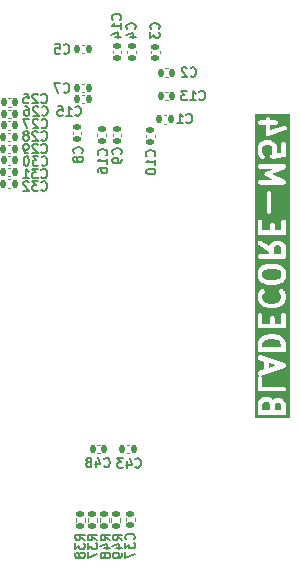
<source format=gbr>
%TF.GenerationSoftware,KiCad,Pcbnew,9.0.7*%
%TF.CreationDate,2026-02-08T22:25:42+01:00*%
%TF.ProjectId,BladeCore-M54,426c6164-6543-46f7-9265-2d4d35342e6b,rev?*%
%TF.SameCoordinates,Original*%
%TF.FileFunction,Legend,Bot*%
%TF.FilePolarity,Positive*%
%FSLAX46Y46*%
G04 Gerber Fmt 4.6, Leading zero omitted, Abs format (unit mm)*
G04 Created by KiCad (PCBNEW 9.0.7) date 2026-02-08 22:25:42*
%MOMM*%
%LPD*%
G01*
G04 APERTURE LIST*
G04 Aperture macros list*
%AMRoundRect*
0 Rectangle with rounded corners*
0 $1 Rounding radius*
0 $2 $3 $4 $5 $6 $7 $8 $9 X,Y pos of 4 corners*
0 Add a 4 corners polygon primitive as box body*
4,1,4,$2,$3,$4,$5,$6,$7,$8,$9,$2,$3,0*
0 Add four circle primitives for the rounded corners*
1,1,$1+$1,$2,$3*
1,1,$1+$1,$4,$5*
1,1,$1+$1,$6,$7*
1,1,$1+$1,$8,$9*
0 Add four rect primitives between the rounded corners*
20,1,$1+$1,$2,$3,$4,$5,0*
20,1,$1+$1,$4,$5,$6,$7,0*
20,1,$1+$1,$6,$7,$8,$9,0*
20,1,$1+$1,$8,$9,$2,$3,0*%
G04 Aperture macros list end*
%ADD10C,0.400000*%
%ADD11C,0.150000*%
%ADD12C,0.120000*%
%ADD13C,2.374900*%
%ADD14C,0.990600*%
%ADD15RoundRect,0.050000X-0.175000X-1.250000X0.175000X-1.250000X0.175000X1.250000X-0.175000X1.250000X0*%
%ADD16C,5.500000*%
%ADD17C,0.425000*%
%ADD18RoundRect,0.135000X0.185000X-0.135000X0.185000X0.135000X-0.185000X0.135000X-0.185000X-0.135000X0*%
%ADD19RoundRect,0.140000X-0.170000X0.140000X-0.170000X-0.140000X0.170000X-0.140000X0.170000X0.140000X0*%
%ADD20RoundRect,0.140000X0.170000X-0.140000X0.170000X0.140000X-0.170000X0.140000X-0.170000X-0.140000X0*%
%ADD21RoundRect,0.140000X-0.140000X-0.170000X0.140000X-0.170000X0.140000X0.170000X-0.140000X0.170000X0*%
%ADD22RoundRect,0.140000X0.140000X0.170000X-0.140000X0.170000X-0.140000X-0.170000X0.140000X-0.170000X0*%
%ADD23RoundRect,0.135000X-0.185000X0.135000X-0.185000X-0.135000X0.185000X-0.135000X0.185000X0.135000X0*%
G04 APERTURE END LIST*
D10*
G36*
X27654233Y25472596D02*
G01*
X27693134Y25433695D01*
X27763180Y25223558D01*
X27763180Y24789348D01*
X27115561Y24789348D01*
X27115561Y25304040D01*
X27175171Y25423259D01*
X27224509Y25472596D01*
X27343727Y25532205D01*
X27535015Y25532205D01*
X27654233Y25472596D01*
G37*
G36*
X28606614Y25377358D02*
G01*
X28655952Y25328020D01*
X28715561Y25208802D01*
X28715561Y24789348D01*
X28163180Y24789348D01*
X28163180Y25208802D01*
X28222790Y25328021D01*
X28272128Y25377358D01*
X28391346Y25436967D01*
X28487396Y25436967D01*
X28606614Y25377358D01*
G37*
G36*
X28283104Y28589348D02*
G01*
X27686990Y28390644D01*
X27686990Y28788053D01*
X28283104Y28589348D01*
G37*
G36*
X28369564Y30781598D02*
G01*
X28511376Y30710692D01*
X28645516Y30576551D01*
X28715561Y30366417D01*
X28715561Y30122682D01*
X27115561Y30122682D01*
X27115561Y30366416D01*
X27185605Y30576551D01*
X27319748Y30710693D01*
X27461555Y30781596D01*
X27797327Y30865539D01*
X28033796Y30865539D01*
X28369564Y30781598D01*
G37*
G36*
X28527597Y36694471D02*
G01*
X28655952Y36566115D01*
X28715561Y36446898D01*
X28715561Y36160371D01*
X28655952Y36041155D01*
X28527597Y35912799D01*
X28224272Y35836968D01*
X27606851Y35836968D01*
X27303525Y35912800D01*
X27175171Y36041153D01*
X27115561Y36160372D01*
X27115561Y36446898D01*
X27175171Y36566117D01*
X27303525Y36694470D01*
X27606851Y36770301D01*
X28224272Y36770301D01*
X28527597Y36694471D01*
G37*
G36*
X28606614Y38710692D02*
G01*
X28655952Y38661354D01*
X28715561Y38542136D01*
X28715561Y38027444D01*
X28067942Y38027444D01*
X28067942Y38542136D01*
X28127550Y38661353D01*
X28176891Y38710693D01*
X28296108Y38770301D01*
X28487396Y38770301D01*
X28606614Y38710692D01*
G37*
G36*
X29431452Y24167126D02*
G01*
X26493339Y24167126D01*
X26493339Y25351253D01*
X26715561Y25351253D01*
X26715561Y24589348D01*
X26719404Y24550330D01*
X26749267Y24478234D01*
X26804447Y24423054D01*
X26876543Y24393191D01*
X26915561Y24389348D01*
X28915561Y24389348D01*
X28954579Y24393191D01*
X29026675Y24423054D01*
X29081855Y24478234D01*
X29111718Y24550330D01*
X29115561Y24589348D01*
X29115561Y25256015D01*
X29111718Y25295033D01*
X29108968Y25301671D01*
X29108459Y25308840D01*
X29094447Y25345457D01*
X28999208Y25535934D01*
X28988638Y25552726D01*
X28986617Y25557605D01*
X28982109Y25563098D01*
X28978322Y25569114D01*
X28974330Y25572576D01*
X28961744Y25587912D01*
X28866506Y25683150D01*
X28851170Y25695737D01*
X28847708Y25699728D01*
X28841691Y25703516D01*
X28836199Y25708023D01*
X28831319Y25710045D01*
X28814528Y25720614D01*
X28624052Y25815852D01*
X28587434Y25829865D01*
X28580264Y25830375D01*
X28573627Y25833124D01*
X28534609Y25836967D01*
X28344133Y25836967D01*
X28305115Y25833124D01*
X28298477Y25830375D01*
X28291308Y25829865D01*
X28254691Y25815853D01*
X28064214Y25720614D01*
X28047422Y25710045D01*
X28042543Y25708023D01*
X28037050Y25703516D01*
X28031034Y25699728D01*
X28027572Y25695737D01*
X28012236Y25683150D01*
X28010658Y25681573D01*
X28009363Y25683150D01*
X27914125Y25778388D01*
X27898789Y25790975D01*
X27895327Y25794966D01*
X27889310Y25798754D01*
X27883818Y25803261D01*
X27878938Y25805283D01*
X27862147Y25815852D01*
X27671671Y25911090D01*
X27635053Y25925103D01*
X27627883Y25925613D01*
X27621246Y25928362D01*
X27582228Y25932205D01*
X27296514Y25932205D01*
X27257496Y25928362D01*
X27250858Y25925613D01*
X27243689Y25925103D01*
X27207072Y25911091D01*
X27016595Y25815852D01*
X26999803Y25805283D01*
X26994924Y25803261D01*
X26989431Y25798754D01*
X26983415Y25794966D01*
X26979953Y25790975D01*
X26964617Y25778388D01*
X26869379Y25683150D01*
X26856790Y25667812D01*
X26852802Y25664352D01*
X26849017Y25658341D01*
X26844506Y25652843D01*
X26842483Y25647962D01*
X26831915Y25631172D01*
X26736676Y25440696D01*
X26722664Y25404079D01*
X26722154Y25396912D01*
X26719404Y25390271D01*
X26715561Y25351253D01*
X26493339Y25351253D01*
X26493339Y27541729D01*
X26715561Y27541729D01*
X26715561Y26589348D01*
X26719404Y26550330D01*
X26749267Y26478234D01*
X26804447Y26423054D01*
X26876543Y26393191D01*
X26915561Y26389348D01*
X28915561Y26389348D01*
X28954579Y26393191D01*
X29026675Y26423054D01*
X29081855Y26478234D01*
X29111718Y26550330D01*
X29111718Y26628366D01*
X29081855Y26700462D01*
X29026675Y26755642D01*
X28954579Y26785505D01*
X28915561Y26789348D01*
X27115561Y26789348D01*
X27115561Y27541729D01*
X27111718Y27580747D01*
X27081855Y27652843D01*
X27026675Y27708023D01*
X26970865Y27731140D01*
X26978806Y27732945D01*
X28978807Y28399611D01*
X29014607Y28415596D01*
X29025401Y28424958D01*
X29038184Y28431349D01*
X29054614Y28450295D01*
X29073560Y28466725D01*
X29079951Y28479508D01*
X29089313Y28490302D01*
X29097242Y28514089D01*
X29108459Y28536523D01*
X29109472Y28550780D01*
X29113990Y28564333D01*
X29112212Y28589341D01*
X29113991Y28614363D01*
X29109470Y28627924D01*
X29108458Y28642173D01*
X29097244Y28664601D01*
X29089313Y28688394D01*
X29079951Y28699189D01*
X29073560Y28711971D01*
X29054614Y28728402D01*
X29038184Y28747347D01*
X29025401Y28753739D01*
X29014607Y28763100D01*
X28978806Y28779085D01*
X26978807Y29445752D01*
X26940576Y29454444D01*
X26862736Y29448913D01*
X26792938Y29414014D01*
X26741809Y29355061D01*
X26717132Y29281030D01*
X26722663Y29203190D01*
X26757562Y29133392D01*
X26816515Y29082263D01*
X26852315Y29066278D01*
X27286990Y28921387D01*
X27286990Y28257311D01*
X26852316Y28112419D01*
X26816515Y28096434D01*
X26757562Y28045305D01*
X26722663Y27975507D01*
X26717132Y27897667D01*
X26741809Y27823636D01*
X26792938Y27764683D01*
X26860129Y27731088D01*
X26804447Y27708023D01*
X26749267Y27652843D01*
X26719404Y27580747D01*
X26715561Y27541729D01*
X26493339Y27541729D01*
X26493339Y30398872D01*
X26715561Y30398872D01*
X26715561Y29922682D01*
X26719404Y29883664D01*
X26749267Y29811568D01*
X26804447Y29756388D01*
X26876543Y29726525D01*
X26915561Y29722682D01*
X28915561Y29722682D01*
X28954579Y29726525D01*
X29026675Y29756388D01*
X29081855Y29811568D01*
X29111718Y29883664D01*
X29115561Y29922682D01*
X29115561Y30398872D01*
X29113615Y30418621D01*
X29113990Y30423886D01*
X29112414Y30430814D01*
X29111718Y30437890D01*
X29109696Y30442771D01*
X29105298Y30462117D01*
X29010060Y30747832D01*
X28994075Y30783633D01*
X28989367Y30789062D01*
X28986617Y30795701D01*
X28961745Y30826008D01*
X28771268Y31016484D01*
X28755932Y31029071D01*
X28752470Y31033062D01*
X28746453Y31036850D01*
X28740961Y31041357D01*
X28736081Y31043379D01*
X28719290Y31053948D01*
X28528814Y31149186D01*
X28525958Y31150279D01*
X28524799Y31151138D01*
X28508424Y31156989D01*
X28492196Y31163199D01*
X28490757Y31163302D01*
X28487878Y31164330D01*
X28106926Y31259568D01*
X28100159Y31260569D01*
X28097437Y31261696D01*
X28082742Y31263144D01*
X28068141Y31265302D01*
X28065227Y31264869D01*
X28058419Y31265539D01*
X27772704Y31265539D01*
X27765895Y31264869D01*
X27762982Y31265302D01*
X27748388Y31263145D01*
X27733686Y31261696D01*
X27730960Y31260568D01*
X27724197Y31259567D01*
X27343245Y31164330D01*
X27340365Y31163302D01*
X27338927Y31163199D01*
X27322687Y31156985D01*
X27306324Y31151138D01*
X27305165Y31150280D01*
X27302310Y31149187D01*
X27111833Y31053948D01*
X27095041Y31043379D01*
X27090162Y31041357D01*
X27084668Y31036849D01*
X27078653Y31033062D01*
X27075192Y31029073D01*
X27059855Y31016485D01*
X26869379Y30826008D01*
X26844506Y30795701D01*
X26841755Y30789062D01*
X26837048Y30783633D01*
X26821063Y30747833D01*
X26725824Y30462118D01*
X26721424Y30442769D01*
X26719404Y30437890D01*
X26718707Y30430816D01*
X26717132Y30423887D01*
X26717506Y30418622D01*
X26715561Y30398872D01*
X26493339Y30398872D01*
X26493339Y32875063D01*
X26715561Y32875063D01*
X26715561Y31922682D01*
X26719404Y31883664D01*
X26749267Y31811568D01*
X26804447Y31756388D01*
X26876543Y31726525D01*
X26915561Y31722682D01*
X28915561Y31722682D01*
X28954579Y31726525D01*
X29026675Y31756388D01*
X29081855Y31811568D01*
X29111718Y31883664D01*
X29115561Y31922682D01*
X29115561Y32875063D01*
X29111718Y32914081D01*
X29081855Y32986177D01*
X29026675Y33041357D01*
X28954579Y33071220D01*
X28876543Y33071220D01*
X28804447Y33041357D01*
X28749267Y32986177D01*
X28719404Y32914081D01*
X28715561Y32875063D01*
X28715561Y32122682D01*
X28163180Y32122682D01*
X28163180Y32589349D01*
X28159337Y32628367D01*
X28129474Y32700463D01*
X28074294Y32755643D01*
X28002198Y32785506D01*
X27924162Y32785506D01*
X27852066Y32755643D01*
X27796886Y32700463D01*
X27767023Y32628367D01*
X27763180Y32589349D01*
X27763180Y32122682D01*
X27115561Y32122682D01*
X27115561Y32875063D01*
X27111718Y32914081D01*
X27081855Y32986177D01*
X27026675Y33041357D01*
X26954579Y33071220D01*
X26876543Y33071220D01*
X26804447Y33041357D01*
X26749267Y32986177D01*
X26719404Y32914081D01*
X26715561Y32875063D01*
X26493339Y32875063D01*
X26493339Y34494111D01*
X26715561Y34494111D01*
X26715561Y34303635D01*
X26717506Y34283886D01*
X26717132Y34278620D01*
X26718707Y34271692D01*
X26719404Y34264617D01*
X26721424Y34259739D01*
X26725824Y34240389D01*
X26821063Y33954674D01*
X26837048Y33918874D01*
X26841755Y33913446D01*
X26844506Y33906806D01*
X26869379Y33876499D01*
X27059855Y33686022D01*
X27075192Y33673435D01*
X27078653Y33669445D01*
X27084668Y33665659D01*
X27090162Y33661150D01*
X27095041Y33659129D01*
X27111833Y33648559D01*
X27302310Y33553320D01*
X27305165Y33552228D01*
X27306324Y33551369D01*
X27322687Y33545523D01*
X27338927Y33539308D01*
X27340365Y33539206D01*
X27343245Y33538177D01*
X27724197Y33442940D01*
X27730960Y33441940D01*
X27733686Y33440811D01*
X27748388Y33439363D01*
X27762982Y33437205D01*
X27765895Y33437639D01*
X27772704Y33436968D01*
X28058419Y33436968D01*
X28065227Y33437639D01*
X28068141Y33437205D01*
X28082742Y33439364D01*
X28097437Y33440811D01*
X28100159Y33441939D01*
X28106926Y33442939D01*
X28487878Y33538177D01*
X28490757Y33539206D01*
X28492196Y33539308D01*
X28508424Y33545519D01*
X28524799Y33551369D01*
X28525958Y33552229D01*
X28528814Y33553321D01*
X28719290Y33648559D01*
X28736081Y33659129D01*
X28740961Y33661150D01*
X28746453Y33665658D01*
X28752470Y33669445D01*
X28755932Y33673437D01*
X28771268Y33686023D01*
X28961745Y33876499D01*
X28986617Y33906806D01*
X28989367Y33913446D01*
X28994075Y33918874D01*
X29010060Y33954675D01*
X29105298Y34240390D01*
X29109696Y34259737D01*
X29111718Y34264617D01*
X29112414Y34271694D01*
X29113990Y34278621D01*
X29113615Y34283887D01*
X29115561Y34303635D01*
X29115561Y34494111D01*
X29113615Y34513861D01*
X29113990Y34519126D01*
X29112414Y34526055D01*
X29111718Y34533129D01*
X29109697Y34538008D01*
X29105298Y34557357D01*
X29010060Y34843071D01*
X28994075Y34878871D01*
X28989367Y34884300D01*
X28986617Y34890939D01*
X28961744Y34921246D01*
X28866506Y35016484D01*
X28836199Y35041357D01*
X28764103Y35071220D01*
X28686067Y35071220D01*
X28613971Y35041357D01*
X28558791Y34986177D01*
X28528928Y34914081D01*
X28528928Y34836045D01*
X28558791Y34763949D01*
X28583664Y34733642D01*
X28645515Y34671791D01*
X28715561Y34461654D01*
X28715561Y34336091D01*
X28645516Y34125957D01*
X28511376Y33991816D01*
X28369564Y33920910D01*
X28033796Y33836968D01*
X27797327Y33836968D01*
X27461555Y33920911D01*
X27319748Y33991815D01*
X27185605Y34125957D01*
X27115561Y34336092D01*
X27115561Y34461657D01*
X27185605Y34671789D01*
X27247459Y34733642D01*
X27272332Y34763949D01*
X27302195Y34836045D01*
X27302195Y34914081D01*
X27272332Y34986177D01*
X27217152Y35041357D01*
X27145056Y35071220D01*
X27067020Y35071220D01*
X26994924Y35041357D01*
X26964617Y35016484D01*
X26869379Y34921246D01*
X26844506Y34890939D01*
X26841755Y34884300D01*
X26837048Y34878871D01*
X26821063Y34843071D01*
X26725825Y34557357D01*
X26721425Y34538011D01*
X26719404Y34533129D01*
X26718707Y34526053D01*
X26717132Y34519126D01*
X26717506Y34513861D01*
X26715561Y34494111D01*
X26493339Y34494111D01*
X26493339Y36494111D01*
X26715561Y36494111D01*
X26715561Y36113158D01*
X26719404Y36074140D01*
X26722154Y36067500D01*
X26722664Y36060332D01*
X26736676Y36023715D01*
X26831915Y35833239D01*
X26842483Y35816450D01*
X26844506Y35811568D01*
X26849017Y35806071D01*
X26852802Y35800059D01*
X26856790Y35796600D01*
X26869379Y35781261D01*
X27059855Y35590784D01*
X27090162Y35565912D01*
X27103900Y35560222D01*
X27115848Y35551369D01*
X27152769Y35538177D01*
X27533721Y35442940D01*
X27540484Y35441940D01*
X27543210Y35440811D01*
X27557912Y35439363D01*
X27572506Y35437205D01*
X27575419Y35437639D01*
X27582228Y35436968D01*
X28248895Y35436968D01*
X28255703Y35437639D01*
X28258617Y35437205D01*
X28273218Y35439364D01*
X28287913Y35440811D01*
X28290635Y35441939D01*
X28297402Y35442939D01*
X28678354Y35538177D01*
X28715275Y35551369D01*
X28727222Y35560222D01*
X28740961Y35565912D01*
X28771268Y35590785D01*
X28961745Y35781261D01*
X28974332Y35796599D01*
X28978322Y35800059D01*
X28982108Y35806075D01*
X28986617Y35811568D01*
X28988638Y35816448D01*
X28999208Y35833239D01*
X29094447Y36023716D01*
X29108459Y36060333D01*
X29108968Y36067503D01*
X29111718Y36074140D01*
X29115561Y36113158D01*
X29115561Y36494111D01*
X29111718Y36533129D01*
X29108968Y36539767D01*
X29108459Y36546936D01*
X29094447Y36583553D01*
X28999208Y36774030D01*
X28988638Y36790822D01*
X28986617Y36795701D01*
X28982108Y36801195D01*
X28978322Y36807210D01*
X28974332Y36810671D01*
X28961745Y36826008D01*
X28771268Y37016484D01*
X28740961Y37041357D01*
X28727222Y37047048D01*
X28715275Y37055900D01*
X28678354Y37069092D01*
X28297402Y37164330D01*
X28290635Y37165331D01*
X28287913Y37166458D01*
X28273218Y37167906D01*
X28258617Y37170064D01*
X28255703Y37169631D01*
X28248895Y37170301D01*
X27582228Y37170301D01*
X27575419Y37169631D01*
X27572506Y37170064D01*
X27557912Y37167907D01*
X27543210Y37166458D01*
X27540484Y37165330D01*
X27533721Y37164329D01*
X27152769Y37069092D01*
X27115848Y37055900D01*
X27103900Y37047048D01*
X27090162Y37041357D01*
X27059855Y37016485D01*
X26869379Y36826008D01*
X26856790Y36810670D01*
X26852802Y36807210D01*
X26849017Y36801199D01*
X26844506Y36795701D01*
X26842483Y36790820D01*
X26831915Y36774030D01*
X26736676Y36583554D01*
X26722664Y36546937D01*
X26722154Y36539770D01*
X26719404Y36533129D01*
X26715561Y36494111D01*
X26493339Y36494111D01*
X26493339Y38974636D01*
X26715608Y38974636D01*
X26729170Y38897787D01*
X26771108Y38831978D01*
X26800868Y38806455D01*
X27667942Y38199503D01*
X27667942Y38027444D01*
X26915561Y38027444D01*
X26876543Y38023601D01*
X26804447Y37993738D01*
X26749267Y37938558D01*
X26719404Y37866462D01*
X26719404Y37788426D01*
X26749267Y37716330D01*
X26804447Y37661150D01*
X26876543Y37631287D01*
X26915561Y37627444D01*
X28915561Y37627444D01*
X28954579Y37631287D01*
X29026675Y37661150D01*
X29081855Y37716330D01*
X29111718Y37788426D01*
X29115561Y37827444D01*
X29115561Y38589349D01*
X29111718Y38628367D01*
X29108968Y38635005D01*
X29108459Y38642174D01*
X29094447Y38678791D01*
X28999208Y38869268D01*
X28988638Y38886060D01*
X28986617Y38890939D01*
X28982109Y38896432D01*
X28978322Y38902448D01*
X28974330Y38905910D01*
X28961744Y38921246D01*
X28866506Y39016484D01*
X28851170Y39029071D01*
X28847708Y39033062D01*
X28841691Y39036850D01*
X28836199Y39041357D01*
X28831319Y39043379D01*
X28814528Y39053948D01*
X28624052Y39149186D01*
X28587434Y39163199D01*
X28580264Y39163709D01*
X28573627Y39166458D01*
X28534609Y39170301D01*
X28248895Y39170301D01*
X28209877Y39166458D01*
X28203239Y39163709D01*
X28196070Y39163199D01*
X28159453Y39149187D01*
X27968976Y39053948D01*
X27952187Y39043380D01*
X27947306Y39041358D01*
X27941811Y39036849D01*
X27935796Y39033062D01*
X27932334Y39029072D01*
X27916999Y39016485D01*
X27821759Y38921247D01*
X27809171Y38905910D01*
X27805181Y38902448D01*
X27801393Y38896432D01*
X27796887Y38890940D01*
X27794866Y38886062D01*
X27784295Y38869268D01*
X27689057Y38678792D01*
X27687304Y38674212D01*
X27030254Y39134147D01*
X26996085Y39153374D01*
X26919896Y39170254D01*
X26843047Y39156692D01*
X26777238Y39114754D01*
X26732488Y39050825D01*
X26715608Y38974636D01*
X26493339Y38974636D01*
X26493339Y40779825D01*
X26715561Y40779825D01*
X26715561Y39827444D01*
X26719404Y39788426D01*
X26749267Y39716330D01*
X26804447Y39661150D01*
X26876543Y39631287D01*
X26915561Y39627444D01*
X28915561Y39627444D01*
X28954579Y39631287D01*
X29026675Y39661150D01*
X29081855Y39716330D01*
X29111718Y39788426D01*
X29115561Y39827444D01*
X29115561Y40779825D01*
X29111718Y40818843D01*
X29081855Y40890939D01*
X29026675Y40946119D01*
X28954579Y40975982D01*
X28876543Y40975982D01*
X28804447Y40946119D01*
X28749267Y40890939D01*
X28719404Y40818843D01*
X28715561Y40779825D01*
X28715561Y40027444D01*
X28163180Y40027444D01*
X28163180Y40494111D01*
X28159337Y40533129D01*
X28129474Y40605225D01*
X28074294Y40660405D01*
X28002198Y40690268D01*
X27924162Y40690268D01*
X27852066Y40660405D01*
X27796886Y40605225D01*
X27767023Y40533129D01*
X27763180Y40494111D01*
X27763180Y40027444D01*
X27115561Y40027444D01*
X27115561Y40779825D01*
X27111718Y40818843D01*
X27081855Y40890939D01*
X27026675Y40946119D01*
X26954579Y40975982D01*
X26876543Y40975982D01*
X26804447Y40946119D01*
X26749267Y40890939D01*
X26719404Y40818843D01*
X26715561Y40779825D01*
X26493339Y40779825D01*
X26493339Y43160777D01*
X27477466Y43160777D01*
X27477466Y41636968D01*
X27481309Y41597950D01*
X27511172Y41525854D01*
X27566352Y41470674D01*
X27638448Y41440811D01*
X27716484Y41440811D01*
X27788580Y41470674D01*
X27843760Y41525854D01*
X27873623Y41597950D01*
X27877466Y41636968D01*
X27877466Y43160777D01*
X27873623Y43199795D01*
X27843760Y43271891D01*
X27788580Y43327071D01*
X27716484Y43356934D01*
X27638448Y43356934D01*
X27566352Y43327071D01*
X27511172Y43271891D01*
X27481309Y43199795D01*
X27477466Y43160777D01*
X26493339Y43160777D01*
X26493339Y45485509D01*
X26719404Y45485509D01*
X26719404Y45407473D01*
X26749267Y45335377D01*
X26804447Y45280197D01*
X26876543Y45250334D01*
X26915561Y45246491D01*
X28014047Y45246491D01*
X27402413Y44961062D01*
X27388124Y44952598D01*
X27383286Y44950838D01*
X27379863Y44947704D01*
X27368681Y44941079D01*
X27348152Y44918663D01*
X27325736Y44898134D01*
X27321978Y44890083D01*
X27315977Y44883529D01*
X27305589Y44854964D01*
X27292736Y44827420D01*
X27292345Y44818543D01*
X27289309Y44810191D01*
X27290643Y44779826D01*
X27289309Y44749459D01*
X27292345Y44741108D01*
X27292736Y44732231D01*
X27305588Y44704690D01*
X27315977Y44676121D01*
X27321978Y44669568D01*
X27325736Y44661516D01*
X27348152Y44640988D01*
X27368681Y44618571D01*
X27379863Y44611947D01*
X27383286Y44608812D01*
X27388124Y44607053D01*
X27402413Y44598588D01*
X28014048Y44313158D01*
X26915561Y44313158D01*
X26876543Y44309315D01*
X26804447Y44279452D01*
X26749267Y44224272D01*
X26719404Y44152176D01*
X26719404Y44074140D01*
X26749267Y44002044D01*
X26804447Y43946864D01*
X26876543Y43917001D01*
X26915561Y43913158D01*
X28915561Y43913158D01*
X28941210Y43915685D01*
X28945927Y43915477D01*
X28948460Y43916399D01*
X28954579Y43917001D01*
X28986645Y43930284D01*
X29019266Y43942145D01*
X29022555Y43945158D01*
X29026675Y43946864D01*
X29051211Y43971401D01*
X29076815Y43994848D01*
X29078701Y43998891D01*
X29081855Y44002044D01*
X29095132Y44034100D01*
X29109816Y44065563D01*
X29110011Y44070022D01*
X29111718Y44074140D01*
X29111718Y44108832D01*
X29113243Y44143524D01*
X29111718Y44147718D01*
X29111718Y44152176D01*
X29098437Y44184238D01*
X29086574Y44216862D01*
X29083561Y44220152D01*
X29081855Y44224272D01*
X29057313Y44248814D01*
X29033871Y44274412D01*
X29028582Y44277545D01*
X29026675Y44279452D01*
X29022311Y44281260D01*
X29000138Y44294394D01*
X27959931Y44779825D01*
X29000138Y45265254D01*
X29022310Y45278390D01*
X29026675Y45280197D01*
X29028582Y45282105D01*
X29033870Y45285237D01*
X29057312Y45310835D01*
X29081855Y45335377D01*
X29083561Y45339497D01*
X29086574Y45342786D01*
X29098436Y45375410D01*
X29111718Y45407473D01*
X29111718Y45411933D01*
X29113242Y45416124D01*
X29111718Y45450794D01*
X29111718Y45485509D01*
X29110010Y45489631D01*
X29109815Y45494085D01*
X29095141Y45525530D01*
X29081855Y45557605D01*
X29078700Y45560760D01*
X29076815Y45564800D01*
X29051222Y45588238D01*
X29026675Y45612785D01*
X29022553Y45614492D01*
X29019265Y45617504D01*
X28986649Y45629364D01*
X28954579Y45642648D01*
X28948460Y45643251D01*
X28945927Y45644172D01*
X28941210Y45643965D01*
X28915561Y45646491D01*
X26915561Y45646491D01*
X26876543Y45642648D01*
X26804447Y45612785D01*
X26749267Y45557605D01*
X26719404Y45485509D01*
X26493339Y45485509D01*
X26493339Y47065539D01*
X26715561Y47065539D01*
X26715561Y46589348D01*
X26719404Y46550330D01*
X26722154Y46543690D01*
X26722664Y46536522D01*
X26736676Y46499905D01*
X26831915Y46309429D01*
X26842483Y46292640D01*
X26844506Y46287758D01*
X26849017Y46282261D01*
X26852802Y46276249D01*
X26856790Y46272790D01*
X26869379Y46257451D01*
X26964617Y46162213D01*
X26994924Y46137340D01*
X27067020Y46107477D01*
X27145056Y46107477D01*
X27217152Y46137340D01*
X27272332Y46192520D01*
X27302195Y46264616D01*
X27302195Y46342652D01*
X27272332Y46414748D01*
X27247459Y46445055D01*
X27175171Y46517343D01*
X27115561Y46636562D01*
X27115561Y47018326D01*
X27175171Y47137545D01*
X27224509Y47186882D01*
X27343727Y47246491D01*
X27725491Y47246491D01*
X27844708Y47186882D01*
X27894048Y47137544D01*
X27953657Y47018326D01*
X27953657Y46636561D01*
X27894048Y46517344D01*
X27821759Y46445056D01*
X27796887Y46414749D01*
X27793033Y46405446D01*
X27786655Y46397650D01*
X27778210Y46369661D01*
X27767023Y46342653D01*
X27767023Y46332582D01*
X27764114Y46322940D01*
X27767023Y46293851D01*
X27767023Y46264617D01*
X27770876Y46255314D01*
X27771879Y46245291D01*
X27785699Y46219528D01*
X27796886Y46192521D01*
X27804007Y46185400D01*
X27808768Y46176525D01*
X27831393Y46158013D01*
X27852065Y46137341D01*
X27861368Y46133488D01*
X27869164Y46127109D01*
X27897153Y46118665D01*
X27924161Y46107477D01*
X27934232Y46107477D01*
X27943874Y46104568D01*
X27983081Y46104627D01*
X28935462Y46199865D01*
X28949679Y46202715D01*
X28954579Y46202715D01*
X28959173Y46204619D01*
X28973904Y46207571D01*
X28999663Y46221390D01*
X29026675Y46232578D01*
X29033797Y46239701D01*
X29042670Y46244460D01*
X29061180Y46267084D01*
X29081855Y46287758D01*
X29085708Y46297062D01*
X29092086Y46304856D01*
X29100530Y46332846D01*
X29111718Y46359854D01*
X29113190Y46374806D01*
X29114627Y46379566D01*
X29114139Y46384441D01*
X29115561Y46398872D01*
X29115561Y47351253D01*
X29111718Y47390271D01*
X29081855Y47462367D01*
X29026675Y47517547D01*
X28954579Y47547410D01*
X28876543Y47547410D01*
X28804447Y47517547D01*
X28749267Y47462367D01*
X28719404Y47390271D01*
X28715561Y47351253D01*
X28715561Y46579870D01*
X28347016Y46543015D01*
X28347064Y46543693D01*
X28349814Y46550330D01*
X28353657Y46589348D01*
X28353657Y47065539D01*
X28349814Y47104557D01*
X28347064Y47111195D01*
X28346555Y47118364D01*
X28332543Y47154981D01*
X28237304Y47345458D01*
X28226735Y47362248D01*
X28224713Y47367130D01*
X28220202Y47372627D01*
X28216418Y47378638D01*
X28212429Y47382098D01*
X28199840Y47397437D01*
X28104601Y47492675D01*
X28089264Y47505261D01*
X28085803Y47509252D01*
X28079784Y47513041D01*
X28074293Y47517547D01*
X28069416Y47519567D01*
X28052623Y47530138D01*
X27862147Y47625376D01*
X27825529Y47639389D01*
X27818359Y47639899D01*
X27811722Y47642648D01*
X27772704Y47646491D01*
X27296514Y47646491D01*
X27257496Y47642648D01*
X27250858Y47639899D01*
X27243689Y47639389D01*
X27207072Y47625377D01*
X27016595Y47530138D01*
X26999803Y47519569D01*
X26994924Y47517547D01*
X26989431Y47513040D01*
X26983415Y47509252D01*
X26979953Y47505261D01*
X26964617Y47492674D01*
X26869379Y47397436D01*
X26856790Y47382098D01*
X26852802Y47378638D01*
X26849017Y47372627D01*
X26844506Y47367129D01*
X26842483Y47362248D01*
X26831915Y47345458D01*
X26736676Y47154982D01*
X26722664Y47118365D01*
X26722154Y47111198D01*
X26719404Y47104557D01*
X26715561Y47065539D01*
X26493339Y47065539D01*
X26493339Y49199795D01*
X26719404Y49199795D01*
X26719404Y49121759D01*
X26749267Y49049663D01*
X26804447Y48994483D01*
X26876543Y48964620D01*
X26915561Y48960777D01*
X27382228Y48960777D01*
X27382228Y48208396D01*
X27384173Y48188648D01*
X27383799Y48183382D01*
X27385066Y48179581D01*
X27386071Y48169378D01*
X27398340Y48139756D01*
X27408476Y48109350D01*
X27413183Y48103922D01*
X27415934Y48097282D01*
X27438601Y48074615D01*
X27459605Y48050397D01*
X27466033Y48047183D01*
X27471114Y48042102D01*
X27500727Y48029836D01*
X27529403Y48015498D01*
X27536571Y48014989D01*
X27543210Y48012239D01*
X27575268Y48012239D01*
X27607242Y48009967D01*
X27617235Y48012239D01*
X27621246Y48012239D01*
X27626126Y48014261D01*
X27645473Y48018659D01*
X29074046Y48494849D01*
X29109846Y48510834D01*
X29168799Y48561963D01*
X29203698Y48631761D01*
X29209230Y48709601D01*
X29184552Y48783632D01*
X29133423Y48842585D01*
X29063625Y48877484D01*
X28985786Y48883015D01*
X28947555Y48874323D01*
X27782228Y48485882D01*
X27782228Y48960777D01*
X28248895Y48960777D01*
X28287913Y48964620D01*
X28360009Y48994483D01*
X28415189Y49049663D01*
X28445052Y49121759D01*
X28445052Y49199795D01*
X28415189Y49271891D01*
X28360009Y49327071D01*
X28287913Y49356934D01*
X28248895Y49360777D01*
X27782228Y49360777D01*
X27782228Y49446491D01*
X27778385Y49485509D01*
X27748522Y49557605D01*
X27693342Y49612785D01*
X27621246Y49642648D01*
X27543210Y49642648D01*
X27471114Y49612785D01*
X27415934Y49557605D01*
X27386071Y49485509D01*
X27382228Y49446491D01*
X27382228Y49360777D01*
X26915561Y49360777D01*
X26876543Y49356934D01*
X26804447Y49327071D01*
X26749267Y49271891D01*
X26719404Y49199795D01*
X26493339Y49199795D01*
X26493339Y49864870D01*
X29431452Y49864870D01*
X29431452Y24167126D01*
G37*
D11*
X14212295Y13814286D02*
X13831342Y14080953D01*
X14212295Y14271429D02*
X13412295Y14271429D01*
X13412295Y14271429D02*
X13412295Y13966667D01*
X13412295Y13966667D02*
X13450390Y13890477D01*
X13450390Y13890477D02*
X13488485Y13852382D01*
X13488485Y13852382D02*
X13564676Y13814286D01*
X13564676Y13814286D02*
X13678961Y13814286D01*
X13678961Y13814286D02*
X13755152Y13852382D01*
X13755152Y13852382D02*
X13793247Y13890477D01*
X13793247Y13890477D02*
X13831342Y13966667D01*
X13831342Y13966667D02*
X13831342Y14271429D01*
X13678961Y13128572D02*
X14212295Y13128572D01*
X13374200Y13319048D02*
X13945628Y13509525D01*
X13945628Y13509525D02*
X13945628Y13014286D01*
X13755152Y12595239D02*
X13717057Y12671429D01*
X13717057Y12671429D02*
X13678961Y12709524D01*
X13678961Y12709524D02*
X13602771Y12747620D01*
X13602771Y12747620D02*
X13564676Y12747620D01*
X13564676Y12747620D02*
X13488485Y12709524D01*
X13488485Y12709524D02*
X13450390Y12671429D01*
X13450390Y12671429D02*
X13412295Y12595239D01*
X13412295Y12595239D02*
X13412295Y12442858D01*
X13412295Y12442858D02*
X13450390Y12366667D01*
X13450390Y12366667D02*
X13488485Y12328572D01*
X13488485Y12328572D02*
X13564676Y12290477D01*
X13564676Y12290477D02*
X13602771Y12290477D01*
X13602771Y12290477D02*
X13678961Y12328572D01*
X13678961Y12328572D02*
X13717057Y12366667D01*
X13717057Y12366667D02*
X13755152Y12442858D01*
X13755152Y12442858D02*
X13755152Y12595239D01*
X13755152Y12595239D02*
X13793247Y12671429D01*
X13793247Y12671429D02*
X13831342Y12709524D01*
X13831342Y12709524D02*
X13907533Y12747620D01*
X13907533Y12747620D02*
X14059914Y12747620D01*
X14059914Y12747620D02*
X14136104Y12709524D01*
X14136104Y12709524D02*
X14174200Y12671429D01*
X14174200Y12671429D02*
X14212295Y12595239D01*
X14212295Y12595239D02*
X14212295Y12442858D01*
X14212295Y12442858D02*
X14174200Y12366667D01*
X14174200Y12366667D02*
X14136104Y12328572D01*
X14136104Y12328572D02*
X14059914Y12290477D01*
X14059914Y12290477D02*
X13907533Y12290477D01*
X13907533Y12290477D02*
X13831342Y12328572D01*
X13831342Y12328572D02*
X13793247Y12366667D01*
X13793247Y12366667D02*
X13755152Y12442858D01*
X15086104Y57864286D02*
X15124200Y57902382D01*
X15124200Y57902382D02*
X15162295Y58016667D01*
X15162295Y58016667D02*
X15162295Y58092858D01*
X15162295Y58092858D02*
X15124200Y58207144D01*
X15124200Y58207144D02*
X15048009Y58283334D01*
X15048009Y58283334D02*
X14971819Y58321429D01*
X14971819Y58321429D02*
X14819438Y58359525D01*
X14819438Y58359525D02*
X14705152Y58359525D01*
X14705152Y58359525D02*
X14552771Y58321429D01*
X14552771Y58321429D02*
X14476580Y58283334D01*
X14476580Y58283334D02*
X14400390Y58207144D01*
X14400390Y58207144D02*
X14362295Y58092858D01*
X14362295Y58092858D02*
X14362295Y58016667D01*
X14362295Y58016667D02*
X14400390Y57902382D01*
X14400390Y57902382D02*
X14438485Y57864286D01*
X15162295Y57102382D02*
X15162295Y57559525D01*
X15162295Y57330953D02*
X14362295Y57330953D01*
X14362295Y57330953D02*
X14476580Y57407144D01*
X14476580Y57407144D02*
X14552771Y57483334D01*
X14552771Y57483334D02*
X14590866Y57559525D01*
X14628961Y56416667D02*
X15162295Y56416667D01*
X14324200Y56607143D02*
X14895628Y56797620D01*
X14895628Y56797620D02*
X14895628Y56302381D01*
X16336104Y57083333D02*
X16374200Y57121429D01*
X16374200Y57121429D02*
X16412295Y57235714D01*
X16412295Y57235714D02*
X16412295Y57311905D01*
X16412295Y57311905D02*
X16374200Y57426191D01*
X16374200Y57426191D02*
X16298009Y57502381D01*
X16298009Y57502381D02*
X16221819Y57540476D01*
X16221819Y57540476D02*
X16069438Y57578572D01*
X16069438Y57578572D02*
X15955152Y57578572D01*
X15955152Y57578572D02*
X15802771Y57540476D01*
X15802771Y57540476D02*
X15726580Y57502381D01*
X15726580Y57502381D02*
X15650390Y57426191D01*
X15650390Y57426191D02*
X15612295Y57311905D01*
X15612295Y57311905D02*
X15612295Y57235714D01*
X15612295Y57235714D02*
X15650390Y57121429D01*
X15650390Y57121429D02*
X15688485Y57083333D01*
X15878961Y56397619D02*
X16412295Y56397619D01*
X15574200Y56588095D02*
X16145628Y56778572D01*
X16145628Y56778572D02*
X16145628Y56283333D01*
X18336104Y57083333D02*
X18374200Y57121429D01*
X18374200Y57121429D02*
X18412295Y57235714D01*
X18412295Y57235714D02*
X18412295Y57311905D01*
X18412295Y57311905D02*
X18374200Y57426191D01*
X18374200Y57426191D02*
X18298009Y57502381D01*
X18298009Y57502381D02*
X18221819Y57540476D01*
X18221819Y57540476D02*
X18069438Y57578572D01*
X18069438Y57578572D02*
X17955152Y57578572D01*
X17955152Y57578572D02*
X17802771Y57540476D01*
X17802771Y57540476D02*
X17726580Y57502381D01*
X17726580Y57502381D02*
X17650390Y57426191D01*
X17650390Y57426191D02*
X17612295Y57311905D01*
X17612295Y57311905D02*
X17612295Y57235714D01*
X17612295Y57235714D02*
X17650390Y57121429D01*
X17650390Y57121429D02*
X17688485Y57083333D01*
X17612295Y56816667D02*
X17612295Y56321429D01*
X17612295Y56321429D02*
X17917057Y56588095D01*
X17917057Y56588095D02*
X17917057Y56473810D01*
X17917057Y56473810D02*
X17955152Y56397619D01*
X17955152Y56397619D02*
X17993247Y56359524D01*
X17993247Y56359524D02*
X18069438Y56321429D01*
X18069438Y56321429D02*
X18259914Y56321429D01*
X18259914Y56321429D02*
X18336104Y56359524D01*
X18336104Y56359524D02*
X18374200Y56397619D01*
X18374200Y56397619D02*
X18412295Y56473810D01*
X18412295Y56473810D02*
X18412295Y56702381D01*
X18412295Y56702381D02*
X18374200Y56778572D01*
X18374200Y56778572D02*
X18336104Y56816667D01*
X11836104Y46583333D02*
X11874200Y46621429D01*
X11874200Y46621429D02*
X11912295Y46735714D01*
X11912295Y46735714D02*
X11912295Y46811905D01*
X11912295Y46811905D02*
X11874200Y46926191D01*
X11874200Y46926191D02*
X11798009Y47002381D01*
X11798009Y47002381D02*
X11721819Y47040476D01*
X11721819Y47040476D02*
X11569438Y47078572D01*
X11569438Y47078572D02*
X11455152Y47078572D01*
X11455152Y47078572D02*
X11302771Y47040476D01*
X11302771Y47040476D02*
X11226580Y47002381D01*
X11226580Y47002381D02*
X11150390Y46926191D01*
X11150390Y46926191D02*
X11112295Y46811905D01*
X11112295Y46811905D02*
X11112295Y46735714D01*
X11112295Y46735714D02*
X11150390Y46621429D01*
X11150390Y46621429D02*
X11188485Y46583333D01*
X11455152Y46126191D02*
X11417057Y46202381D01*
X11417057Y46202381D02*
X11378961Y46240476D01*
X11378961Y46240476D02*
X11302771Y46278572D01*
X11302771Y46278572D02*
X11264676Y46278572D01*
X11264676Y46278572D02*
X11188485Y46240476D01*
X11188485Y46240476D02*
X11150390Y46202381D01*
X11150390Y46202381D02*
X11112295Y46126191D01*
X11112295Y46126191D02*
X11112295Y45973810D01*
X11112295Y45973810D02*
X11150390Y45897619D01*
X11150390Y45897619D02*
X11188485Y45859524D01*
X11188485Y45859524D02*
X11264676Y45821429D01*
X11264676Y45821429D02*
X11302771Y45821429D01*
X11302771Y45821429D02*
X11378961Y45859524D01*
X11378961Y45859524D02*
X11417057Y45897619D01*
X11417057Y45897619D02*
X11455152Y45973810D01*
X11455152Y45973810D02*
X11455152Y46126191D01*
X11455152Y46126191D02*
X11493247Y46202381D01*
X11493247Y46202381D02*
X11531342Y46240476D01*
X11531342Y46240476D02*
X11607533Y46278572D01*
X11607533Y46278572D02*
X11759914Y46278572D01*
X11759914Y46278572D02*
X11836104Y46240476D01*
X11836104Y46240476D02*
X11874200Y46202381D01*
X11874200Y46202381D02*
X11912295Y46126191D01*
X11912295Y46126191D02*
X11912295Y45973810D01*
X11912295Y45973810D02*
X11874200Y45897619D01*
X11874200Y45897619D02*
X11836104Y45859524D01*
X11836104Y45859524D02*
X11759914Y45821429D01*
X11759914Y45821429D02*
X11607533Y45821429D01*
X11607533Y45821429D02*
X11531342Y45859524D01*
X11531342Y45859524D02*
X11493247Y45897619D01*
X11493247Y45897619D02*
X11455152Y45973810D01*
X10283332Y51763896D02*
X10321428Y51725800D01*
X10321428Y51725800D02*
X10435713Y51687705D01*
X10435713Y51687705D02*
X10511904Y51687705D01*
X10511904Y51687705D02*
X10626190Y51725800D01*
X10626190Y51725800D02*
X10702380Y51801991D01*
X10702380Y51801991D02*
X10740475Y51878181D01*
X10740475Y51878181D02*
X10778571Y52030562D01*
X10778571Y52030562D02*
X10778571Y52144848D01*
X10778571Y52144848D02*
X10740475Y52297229D01*
X10740475Y52297229D02*
X10702380Y52373420D01*
X10702380Y52373420D02*
X10626190Y52449610D01*
X10626190Y52449610D02*
X10511904Y52487705D01*
X10511904Y52487705D02*
X10435713Y52487705D01*
X10435713Y52487705D02*
X10321428Y52449610D01*
X10321428Y52449610D02*
X10283332Y52411515D01*
X10016666Y52487705D02*
X9483332Y52487705D01*
X9483332Y52487705D02*
X9826190Y51687705D01*
X10283332Y55063896D02*
X10321428Y55025800D01*
X10321428Y55025800D02*
X10435713Y54987705D01*
X10435713Y54987705D02*
X10511904Y54987705D01*
X10511904Y54987705D02*
X10626190Y55025800D01*
X10626190Y55025800D02*
X10702380Y55101991D01*
X10702380Y55101991D02*
X10740475Y55178181D01*
X10740475Y55178181D02*
X10778571Y55330562D01*
X10778571Y55330562D02*
X10778571Y55444848D01*
X10778571Y55444848D02*
X10740475Y55597229D01*
X10740475Y55597229D02*
X10702380Y55673420D01*
X10702380Y55673420D02*
X10626190Y55749610D01*
X10626190Y55749610D02*
X10511904Y55787705D01*
X10511904Y55787705D02*
X10435713Y55787705D01*
X10435713Y55787705D02*
X10321428Y55749610D01*
X10321428Y55749610D02*
X10283332Y55711515D01*
X9559523Y55787705D02*
X9940475Y55787705D01*
X9940475Y55787705D02*
X9978571Y55406753D01*
X9978571Y55406753D02*
X9940475Y55444848D01*
X9940475Y55444848D02*
X9864285Y55482943D01*
X9864285Y55482943D02*
X9673809Y55482943D01*
X9673809Y55482943D02*
X9597618Y55444848D01*
X9597618Y55444848D02*
X9559523Y55406753D01*
X9559523Y55406753D02*
X9521428Y55330562D01*
X9521428Y55330562D02*
X9521428Y55140086D01*
X9521428Y55140086D02*
X9559523Y55063896D01*
X9559523Y55063896D02*
X9597618Y55025800D01*
X9597618Y55025800D02*
X9673809Y54987705D01*
X9673809Y54987705D02*
X9864285Y54987705D01*
X9864285Y54987705D02*
X9940475Y55025800D01*
X9940475Y55025800D02*
X9978571Y55063896D01*
X15262295Y13814286D02*
X14881342Y14080953D01*
X15262295Y14271429D02*
X14462295Y14271429D01*
X14462295Y14271429D02*
X14462295Y13966667D01*
X14462295Y13966667D02*
X14500390Y13890477D01*
X14500390Y13890477D02*
X14538485Y13852382D01*
X14538485Y13852382D02*
X14614676Y13814286D01*
X14614676Y13814286D02*
X14728961Y13814286D01*
X14728961Y13814286D02*
X14805152Y13852382D01*
X14805152Y13852382D02*
X14843247Y13890477D01*
X14843247Y13890477D02*
X14881342Y13966667D01*
X14881342Y13966667D02*
X14881342Y14271429D01*
X14728961Y13128572D02*
X15262295Y13128572D01*
X14424200Y13319048D02*
X14995628Y13509525D01*
X14995628Y13509525D02*
X14995628Y13014286D01*
X15262295Y12671429D02*
X15262295Y12519048D01*
X15262295Y12519048D02*
X15224200Y12442858D01*
X15224200Y12442858D02*
X15186104Y12404762D01*
X15186104Y12404762D02*
X15071819Y12328572D01*
X15071819Y12328572D02*
X14919438Y12290477D01*
X14919438Y12290477D02*
X14614676Y12290477D01*
X14614676Y12290477D02*
X14538485Y12328572D01*
X14538485Y12328572D02*
X14500390Y12366667D01*
X14500390Y12366667D02*
X14462295Y12442858D01*
X14462295Y12442858D02*
X14462295Y12595239D01*
X14462295Y12595239D02*
X14500390Y12671429D01*
X14500390Y12671429D02*
X14538485Y12709524D01*
X14538485Y12709524D02*
X14614676Y12747620D01*
X14614676Y12747620D02*
X14805152Y12747620D01*
X14805152Y12747620D02*
X14881342Y12709524D01*
X14881342Y12709524D02*
X14919438Y12671429D01*
X14919438Y12671429D02*
X14957533Y12595239D01*
X14957533Y12595239D02*
X14957533Y12442858D01*
X14957533Y12442858D02*
X14919438Y12366667D01*
X14919438Y12366667D02*
X14881342Y12328572D01*
X14881342Y12328572D02*
X14805152Y12290477D01*
X11264285Y49813896D02*
X11302381Y49775800D01*
X11302381Y49775800D02*
X11416666Y49737705D01*
X11416666Y49737705D02*
X11492857Y49737705D01*
X11492857Y49737705D02*
X11607143Y49775800D01*
X11607143Y49775800D02*
X11683333Y49851991D01*
X11683333Y49851991D02*
X11721428Y49928181D01*
X11721428Y49928181D02*
X11759524Y50080562D01*
X11759524Y50080562D02*
X11759524Y50194848D01*
X11759524Y50194848D02*
X11721428Y50347229D01*
X11721428Y50347229D02*
X11683333Y50423420D01*
X11683333Y50423420D02*
X11607143Y50499610D01*
X11607143Y50499610D02*
X11492857Y50537705D01*
X11492857Y50537705D02*
X11416666Y50537705D01*
X11416666Y50537705D02*
X11302381Y50499610D01*
X11302381Y50499610D02*
X11264285Y50461515D01*
X10502381Y49737705D02*
X10959524Y49737705D01*
X10730952Y49737705D02*
X10730952Y50537705D01*
X10730952Y50537705D02*
X10807143Y50423420D01*
X10807143Y50423420D02*
X10883333Y50347229D01*
X10883333Y50347229D02*
X10959524Y50309134D01*
X9778571Y50537705D02*
X10159523Y50537705D01*
X10159523Y50537705D02*
X10197619Y50156753D01*
X10197619Y50156753D02*
X10159523Y50194848D01*
X10159523Y50194848D02*
X10083333Y50232943D01*
X10083333Y50232943D02*
X9892857Y50232943D01*
X9892857Y50232943D02*
X9816666Y50194848D01*
X9816666Y50194848D02*
X9778571Y50156753D01*
X9778571Y50156753D02*
X9740476Y50080562D01*
X9740476Y50080562D02*
X9740476Y49890086D01*
X9740476Y49890086D02*
X9778571Y49813896D01*
X9778571Y49813896D02*
X9816666Y49775800D01*
X9816666Y49775800D02*
X9892857Y49737705D01*
X9892857Y49737705D02*
X10083333Y49737705D01*
X10083333Y49737705D02*
X10159523Y49775800D01*
X10159523Y49775800D02*
X10197619Y49813896D01*
X8414285Y44513896D02*
X8452381Y44475800D01*
X8452381Y44475800D02*
X8566666Y44437705D01*
X8566666Y44437705D02*
X8642857Y44437705D01*
X8642857Y44437705D02*
X8757143Y44475800D01*
X8757143Y44475800D02*
X8833333Y44551991D01*
X8833333Y44551991D02*
X8871428Y44628181D01*
X8871428Y44628181D02*
X8909524Y44780562D01*
X8909524Y44780562D02*
X8909524Y44894848D01*
X8909524Y44894848D02*
X8871428Y45047229D01*
X8871428Y45047229D02*
X8833333Y45123420D01*
X8833333Y45123420D02*
X8757143Y45199610D01*
X8757143Y45199610D02*
X8642857Y45237705D01*
X8642857Y45237705D02*
X8566666Y45237705D01*
X8566666Y45237705D02*
X8452381Y45199610D01*
X8452381Y45199610D02*
X8414285Y45161515D01*
X8147619Y45237705D02*
X7652381Y45237705D01*
X7652381Y45237705D02*
X7919047Y44932943D01*
X7919047Y44932943D02*
X7804762Y44932943D01*
X7804762Y44932943D02*
X7728571Y44894848D01*
X7728571Y44894848D02*
X7690476Y44856753D01*
X7690476Y44856753D02*
X7652381Y44780562D01*
X7652381Y44780562D02*
X7652381Y44590086D01*
X7652381Y44590086D02*
X7690476Y44513896D01*
X7690476Y44513896D02*
X7728571Y44475800D01*
X7728571Y44475800D02*
X7804762Y44437705D01*
X7804762Y44437705D02*
X8033333Y44437705D01*
X8033333Y44437705D02*
X8109524Y44475800D01*
X8109524Y44475800D02*
X8147619Y44513896D01*
X6890476Y44437705D02*
X7347619Y44437705D01*
X7119047Y44437705D02*
X7119047Y45237705D01*
X7119047Y45237705D02*
X7195238Y45123420D01*
X7195238Y45123420D02*
X7271428Y45047229D01*
X7271428Y45047229D02*
X7347619Y45009134D01*
X8419285Y48763896D02*
X8457381Y48725800D01*
X8457381Y48725800D02*
X8571666Y48687705D01*
X8571666Y48687705D02*
X8647857Y48687705D01*
X8647857Y48687705D02*
X8762143Y48725800D01*
X8762143Y48725800D02*
X8838333Y48801991D01*
X8838333Y48801991D02*
X8876428Y48878181D01*
X8876428Y48878181D02*
X8914524Y49030562D01*
X8914524Y49030562D02*
X8914524Y49144848D01*
X8914524Y49144848D02*
X8876428Y49297229D01*
X8876428Y49297229D02*
X8838333Y49373420D01*
X8838333Y49373420D02*
X8762143Y49449610D01*
X8762143Y49449610D02*
X8647857Y49487705D01*
X8647857Y49487705D02*
X8571666Y49487705D01*
X8571666Y49487705D02*
X8457381Y49449610D01*
X8457381Y49449610D02*
X8419285Y49411515D01*
X8114524Y49411515D02*
X8076428Y49449610D01*
X8076428Y49449610D02*
X8000238Y49487705D01*
X8000238Y49487705D02*
X7809762Y49487705D01*
X7809762Y49487705D02*
X7733571Y49449610D01*
X7733571Y49449610D02*
X7695476Y49411515D01*
X7695476Y49411515D02*
X7657381Y49335324D01*
X7657381Y49335324D02*
X7657381Y49259134D01*
X7657381Y49259134D02*
X7695476Y49144848D01*
X7695476Y49144848D02*
X8152619Y48687705D01*
X8152619Y48687705D02*
X7657381Y48687705D01*
X7390714Y49487705D02*
X6857380Y49487705D01*
X6857380Y49487705D02*
X7200238Y48687705D01*
X15136104Y46483333D02*
X15174200Y46521429D01*
X15174200Y46521429D02*
X15212295Y46635714D01*
X15212295Y46635714D02*
X15212295Y46711905D01*
X15212295Y46711905D02*
X15174200Y46826191D01*
X15174200Y46826191D02*
X15098009Y46902381D01*
X15098009Y46902381D02*
X15021819Y46940476D01*
X15021819Y46940476D02*
X14869438Y46978572D01*
X14869438Y46978572D02*
X14755152Y46978572D01*
X14755152Y46978572D02*
X14602771Y46940476D01*
X14602771Y46940476D02*
X14526580Y46902381D01*
X14526580Y46902381D02*
X14450390Y46826191D01*
X14450390Y46826191D02*
X14412295Y46711905D01*
X14412295Y46711905D02*
X14412295Y46635714D01*
X14412295Y46635714D02*
X14450390Y46521429D01*
X14450390Y46521429D02*
X14488485Y46483333D01*
X15212295Y46102381D02*
X15212295Y45950000D01*
X15212295Y45950000D02*
X15174200Y45873810D01*
X15174200Y45873810D02*
X15136104Y45835714D01*
X15136104Y45835714D02*
X15021819Y45759524D01*
X15021819Y45759524D02*
X14869438Y45721429D01*
X14869438Y45721429D02*
X14564676Y45721429D01*
X14564676Y45721429D02*
X14488485Y45759524D01*
X14488485Y45759524D02*
X14450390Y45797619D01*
X14450390Y45797619D02*
X14412295Y45873810D01*
X14412295Y45873810D02*
X14412295Y46026191D01*
X14412295Y46026191D02*
X14450390Y46102381D01*
X14450390Y46102381D02*
X14488485Y46140476D01*
X14488485Y46140476D02*
X14564676Y46178572D01*
X14564676Y46178572D02*
X14755152Y46178572D01*
X14755152Y46178572D02*
X14831342Y46140476D01*
X14831342Y46140476D02*
X14869438Y46102381D01*
X14869438Y46102381D02*
X14907533Y46026191D01*
X14907533Y46026191D02*
X14907533Y45873810D01*
X14907533Y45873810D02*
X14869438Y45797619D01*
X14869438Y45797619D02*
X14831342Y45759524D01*
X14831342Y45759524D02*
X14755152Y45721429D01*
X8414285Y43463896D02*
X8452381Y43425800D01*
X8452381Y43425800D02*
X8566666Y43387705D01*
X8566666Y43387705D02*
X8642857Y43387705D01*
X8642857Y43387705D02*
X8757143Y43425800D01*
X8757143Y43425800D02*
X8833333Y43501991D01*
X8833333Y43501991D02*
X8871428Y43578181D01*
X8871428Y43578181D02*
X8909524Y43730562D01*
X8909524Y43730562D02*
X8909524Y43844848D01*
X8909524Y43844848D02*
X8871428Y43997229D01*
X8871428Y43997229D02*
X8833333Y44073420D01*
X8833333Y44073420D02*
X8757143Y44149610D01*
X8757143Y44149610D02*
X8642857Y44187705D01*
X8642857Y44187705D02*
X8566666Y44187705D01*
X8566666Y44187705D02*
X8452381Y44149610D01*
X8452381Y44149610D02*
X8414285Y44111515D01*
X8147619Y44187705D02*
X7652381Y44187705D01*
X7652381Y44187705D02*
X7919047Y43882943D01*
X7919047Y43882943D02*
X7804762Y43882943D01*
X7804762Y43882943D02*
X7728571Y43844848D01*
X7728571Y43844848D02*
X7690476Y43806753D01*
X7690476Y43806753D02*
X7652381Y43730562D01*
X7652381Y43730562D02*
X7652381Y43540086D01*
X7652381Y43540086D02*
X7690476Y43463896D01*
X7690476Y43463896D02*
X7728571Y43425800D01*
X7728571Y43425800D02*
X7804762Y43387705D01*
X7804762Y43387705D02*
X8033333Y43387705D01*
X8033333Y43387705D02*
X8109524Y43425800D01*
X8109524Y43425800D02*
X8147619Y43463896D01*
X7347619Y44111515D02*
X7309523Y44149610D01*
X7309523Y44149610D02*
X7233333Y44187705D01*
X7233333Y44187705D02*
X7042857Y44187705D01*
X7042857Y44187705D02*
X6966666Y44149610D01*
X6966666Y44149610D02*
X6928571Y44111515D01*
X6928571Y44111515D02*
X6890476Y44035324D01*
X6890476Y44035324D02*
X6890476Y43959134D01*
X6890476Y43959134D02*
X6928571Y43844848D01*
X6928571Y43844848D02*
X7385714Y43387705D01*
X7385714Y43387705D02*
X6890476Y43387705D01*
X12062295Y13814286D02*
X11681342Y14080953D01*
X12062295Y14271429D02*
X11262295Y14271429D01*
X11262295Y14271429D02*
X11262295Y13966667D01*
X11262295Y13966667D02*
X11300390Y13890477D01*
X11300390Y13890477D02*
X11338485Y13852382D01*
X11338485Y13852382D02*
X11414676Y13814286D01*
X11414676Y13814286D02*
X11528961Y13814286D01*
X11528961Y13814286D02*
X11605152Y13852382D01*
X11605152Y13852382D02*
X11643247Y13890477D01*
X11643247Y13890477D02*
X11681342Y13966667D01*
X11681342Y13966667D02*
X11681342Y14271429D01*
X11262295Y13547620D02*
X11262295Y13052382D01*
X11262295Y13052382D02*
X11567057Y13319048D01*
X11567057Y13319048D02*
X11567057Y13204763D01*
X11567057Y13204763D02*
X11605152Y13128572D01*
X11605152Y13128572D02*
X11643247Y13090477D01*
X11643247Y13090477D02*
X11719438Y13052382D01*
X11719438Y13052382D02*
X11909914Y13052382D01*
X11909914Y13052382D02*
X11986104Y13090477D01*
X11986104Y13090477D02*
X12024200Y13128572D01*
X12024200Y13128572D02*
X12062295Y13204763D01*
X12062295Y13204763D02*
X12062295Y13433334D01*
X12062295Y13433334D02*
X12024200Y13509525D01*
X12024200Y13509525D02*
X11986104Y13547620D01*
X11605152Y12595239D02*
X11567057Y12671429D01*
X11567057Y12671429D02*
X11528961Y12709524D01*
X11528961Y12709524D02*
X11452771Y12747620D01*
X11452771Y12747620D02*
X11414676Y12747620D01*
X11414676Y12747620D02*
X11338485Y12709524D01*
X11338485Y12709524D02*
X11300390Y12671429D01*
X11300390Y12671429D02*
X11262295Y12595239D01*
X11262295Y12595239D02*
X11262295Y12442858D01*
X11262295Y12442858D02*
X11300390Y12366667D01*
X11300390Y12366667D02*
X11338485Y12328572D01*
X11338485Y12328572D02*
X11414676Y12290477D01*
X11414676Y12290477D02*
X11452771Y12290477D01*
X11452771Y12290477D02*
X11528961Y12328572D01*
X11528961Y12328572D02*
X11567057Y12366667D01*
X11567057Y12366667D02*
X11605152Y12442858D01*
X11605152Y12442858D02*
X11605152Y12595239D01*
X11605152Y12595239D02*
X11643247Y12671429D01*
X11643247Y12671429D02*
X11681342Y12709524D01*
X11681342Y12709524D02*
X11757533Y12747620D01*
X11757533Y12747620D02*
X11909914Y12747620D01*
X11909914Y12747620D02*
X11986104Y12709524D01*
X11986104Y12709524D02*
X12024200Y12671429D01*
X12024200Y12671429D02*
X12062295Y12595239D01*
X12062295Y12595239D02*
X12062295Y12442858D01*
X12062295Y12442858D02*
X12024200Y12366667D01*
X12024200Y12366667D02*
X11986104Y12328572D01*
X11986104Y12328572D02*
X11909914Y12290477D01*
X11909914Y12290477D02*
X11757533Y12290477D01*
X11757533Y12290477D02*
X11681342Y12328572D01*
X11681342Y12328572D02*
X11643247Y12366667D01*
X11643247Y12366667D02*
X11605152Y12442858D01*
X20683332Y49163896D02*
X20721428Y49125800D01*
X20721428Y49125800D02*
X20835713Y49087705D01*
X20835713Y49087705D02*
X20911904Y49087705D01*
X20911904Y49087705D02*
X21026190Y49125800D01*
X21026190Y49125800D02*
X21102380Y49201991D01*
X21102380Y49201991D02*
X21140475Y49278181D01*
X21140475Y49278181D02*
X21178571Y49430562D01*
X21178571Y49430562D02*
X21178571Y49544848D01*
X21178571Y49544848D02*
X21140475Y49697229D01*
X21140475Y49697229D02*
X21102380Y49773420D01*
X21102380Y49773420D02*
X21026190Y49849610D01*
X21026190Y49849610D02*
X20911904Y49887705D01*
X20911904Y49887705D02*
X20835713Y49887705D01*
X20835713Y49887705D02*
X20721428Y49849610D01*
X20721428Y49849610D02*
X20683332Y49811515D01*
X19921428Y49087705D02*
X20378571Y49087705D01*
X20149999Y49087705D02*
X20149999Y49887705D01*
X20149999Y49887705D02*
X20226190Y49773420D01*
X20226190Y49773420D02*
X20302380Y49697229D01*
X20302380Y49697229D02*
X20378571Y49659134D01*
X16236104Y13864286D02*
X16274200Y13902382D01*
X16274200Y13902382D02*
X16312295Y14016667D01*
X16312295Y14016667D02*
X16312295Y14092858D01*
X16312295Y14092858D02*
X16274200Y14207144D01*
X16274200Y14207144D02*
X16198009Y14283334D01*
X16198009Y14283334D02*
X16121819Y14321429D01*
X16121819Y14321429D02*
X15969438Y14359525D01*
X15969438Y14359525D02*
X15855152Y14359525D01*
X15855152Y14359525D02*
X15702771Y14321429D01*
X15702771Y14321429D02*
X15626580Y14283334D01*
X15626580Y14283334D02*
X15550390Y14207144D01*
X15550390Y14207144D02*
X15512295Y14092858D01*
X15512295Y14092858D02*
X15512295Y14016667D01*
X15512295Y14016667D02*
X15550390Y13902382D01*
X15550390Y13902382D02*
X15588485Y13864286D01*
X15512295Y13597620D02*
X15512295Y13102382D01*
X15512295Y13102382D02*
X15817057Y13369048D01*
X15817057Y13369048D02*
X15817057Y13254763D01*
X15817057Y13254763D02*
X15855152Y13178572D01*
X15855152Y13178572D02*
X15893247Y13140477D01*
X15893247Y13140477D02*
X15969438Y13102382D01*
X15969438Y13102382D02*
X16159914Y13102382D01*
X16159914Y13102382D02*
X16236104Y13140477D01*
X16236104Y13140477D02*
X16274200Y13178572D01*
X16274200Y13178572D02*
X16312295Y13254763D01*
X16312295Y13254763D02*
X16312295Y13483334D01*
X16312295Y13483334D02*
X16274200Y13559525D01*
X16274200Y13559525D02*
X16236104Y13597620D01*
X15512295Y12835715D02*
X15512295Y12302381D01*
X15512295Y12302381D02*
X16312295Y12645239D01*
X16364285Y20013896D02*
X16402381Y19975800D01*
X16402381Y19975800D02*
X16516666Y19937705D01*
X16516666Y19937705D02*
X16592857Y19937705D01*
X16592857Y19937705D02*
X16707143Y19975800D01*
X16707143Y19975800D02*
X16783333Y20051991D01*
X16783333Y20051991D02*
X16821428Y20128181D01*
X16821428Y20128181D02*
X16859524Y20280562D01*
X16859524Y20280562D02*
X16859524Y20394848D01*
X16859524Y20394848D02*
X16821428Y20547229D01*
X16821428Y20547229D02*
X16783333Y20623420D01*
X16783333Y20623420D02*
X16707143Y20699610D01*
X16707143Y20699610D02*
X16592857Y20737705D01*
X16592857Y20737705D02*
X16516666Y20737705D01*
X16516666Y20737705D02*
X16402381Y20699610D01*
X16402381Y20699610D02*
X16364285Y20661515D01*
X15678571Y20471039D02*
X15678571Y19937705D01*
X15869047Y20775800D02*
X16059524Y20204372D01*
X16059524Y20204372D02*
X15564285Y20204372D01*
X15335714Y20737705D02*
X14840476Y20737705D01*
X14840476Y20737705D02*
X15107142Y20432943D01*
X15107142Y20432943D02*
X14992857Y20432943D01*
X14992857Y20432943D02*
X14916666Y20394848D01*
X14916666Y20394848D02*
X14878571Y20356753D01*
X14878571Y20356753D02*
X14840476Y20280562D01*
X14840476Y20280562D02*
X14840476Y20090086D01*
X14840476Y20090086D02*
X14878571Y20013896D01*
X14878571Y20013896D02*
X14916666Y19975800D01*
X14916666Y19975800D02*
X14992857Y19937705D01*
X14992857Y19937705D02*
X15221428Y19937705D01*
X15221428Y19937705D02*
X15297619Y19975800D01*
X15297619Y19975800D02*
X15335714Y20013896D01*
X21764285Y51113896D02*
X21802381Y51075800D01*
X21802381Y51075800D02*
X21916666Y51037705D01*
X21916666Y51037705D02*
X21992857Y51037705D01*
X21992857Y51037705D02*
X22107143Y51075800D01*
X22107143Y51075800D02*
X22183333Y51151991D01*
X22183333Y51151991D02*
X22221428Y51228181D01*
X22221428Y51228181D02*
X22259524Y51380562D01*
X22259524Y51380562D02*
X22259524Y51494848D01*
X22259524Y51494848D02*
X22221428Y51647229D01*
X22221428Y51647229D02*
X22183333Y51723420D01*
X22183333Y51723420D02*
X22107143Y51799610D01*
X22107143Y51799610D02*
X21992857Y51837705D01*
X21992857Y51837705D02*
X21916666Y51837705D01*
X21916666Y51837705D02*
X21802381Y51799610D01*
X21802381Y51799610D02*
X21764285Y51761515D01*
X21002381Y51037705D02*
X21459524Y51037705D01*
X21230952Y51037705D02*
X21230952Y51837705D01*
X21230952Y51837705D02*
X21307143Y51723420D01*
X21307143Y51723420D02*
X21383333Y51647229D01*
X21383333Y51647229D02*
X21459524Y51609134D01*
X20735714Y51837705D02*
X20240476Y51837705D01*
X20240476Y51837705D02*
X20507142Y51532943D01*
X20507142Y51532943D02*
X20392857Y51532943D01*
X20392857Y51532943D02*
X20316666Y51494848D01*
X20316666Y51494848D02*
X20278571Y51456753D01*
X20278571Y51456753D02*
X20240476Y51380562D01*
X20240476Y51380562D02*
X20240476Y51190086D01*
X20240476Y51190086D02*
X20278571Y51113896D01*
X20278571Y51113896D02*
X20316666Y51075800D01*
X20316666Y51075800D02*
X20392857Y51037705D01*
X20392857Y51037705D02*
X20621428Y51037705D01*
X20621428Y51037705D02*
X20697619Y51075800D01*
X20697619Y51075800D02*
X20735714Y51113896D01*
X21033332Y53113896D02*
X21071428Y53075800D01*
X21071428Y53075800D02*
X21185713Y53037705D01*
X21185713Y53037705D02*
X21261904Y53037705D01*
X21261904Y53037705D02*
X21376190Y53075800D01*
X21376190Y53075800D02*
X21452380Y53151991D01*
X21452380Y53151991D02*
X21490475Y53228181D01*
X21490475Y53228181D02*
X21528571Y53380562D01*
X21528571Y53380562D02*
X21528571Y53494848D01*
X21528571Y53494848D02*
X21490475Y53647229D01*
X21490475Y53647229D02*
X21452380Y53723420D01*
X21452380Y53723420D02*
X21376190Y53799610D01*
X21376190Y53799610D02*
X21261904Y53837705D01*
X21261904Y53837705D02*
X21185713Y53837705D01*
X21185713Y53837705D02*
X21071428Y53799610D01*
X21071428Y53799610D02*
X21033332Y53761515D01*
X20728571Y53761515D02*
X20690475Y53799610D01*
X20690475Y53799610D02*
X20614285Y53837705D01*
X20614285Y53837705D02*
X20423809Y53837705D01*
X20423809Y53837705D02*
X20347618Y53799610D01*
X20347618Y53799610D02*
X20309523Y53761515D01*
X20309523Y53761515D02*
X20271428Y53685324D01*
X20271428Y53685324D02*
X20271428Y53609134D01*
X20271428Y53609134D02*
X20309523Y53494848D01*
X20309523Y53494848D02*
X20766666Y53037705D01*
X20766666Y53037705D02*
X20271428Y53037705D01*
X13112295Y13814286D02*
X12731342Y14080953D01*
X13112295Y14271429D02*
X12312295Y14271429D01*
X12312295Y14271429D02*
X12312295Y13966667D01*
X12312295Y13966667D02*
X12350390Y13890477D01*
X12350390Y13890477D02*
X12388485Y13852382D01*
X12388485Y13852382D02*
X12464676Y13814286D01*
X12464676Y13814286D02*
X12578961Y13814286D01*
X12578961Y13814286D02*
X12655152Y13852382D01*
X12655152Y13852382D02*
X12693247Y13890477D01*
X12693247Y13890477D02*
X12731342Y13966667D01*
X12731342Y13966667D02*
X12731342Y14271429D01*
X12312295Y13547620D02*
X12312295Y13052382D01*
X12312295Y13052382D02*
X12617057Y13319048D01*
X12617057Y13319048D02*
X12617057Y13204763D01*
X12617057Y13204763D02*
X12655152Y13128572D01*
X12655152Y13128572D02*
X12693247Y13090477D01*
X12693247Y13090477D02*
X12769438Y13052382D01*
X12769438Y13052382D02*
X12959914Y13052382D01*
X12959914Y13052382D02*
X13036104Y13090477D01*
X13036104Y13090477D02*
X13074200Y13128572D01*
X13074200Y13128572D02*
X13112295Y13204763D01*
X13112295Y13204763D02*
X13112295Y13433334D01*
X13112295Y13433334D02*
X13074200Y13509525D01*
X13074200Y13509525D02*
X13036104Y13547620D01*
X12312295Y12785715D02*
X12312295Y12252381D01*
X12312295Y12252381D02*
X13112295Y12595239D01*
X8419285Y45563896D02*
X8457381Y45525800D01*
X8457381Y45525800D02*
X8571666Y45487705D01*
X8571666Y45487705D02*
X8647857Y45487705D01*
X8647857Y45487705D02*
X8762143Y45525800D01*
X8762143Y45525800D02*
X8838333Y45601991D01*
X8838333Y45601991D02*
X8876428Y45678181D01*
X8876428Y45678181D02*
X8914524Y45830562D01*
X8914524Y45830562D02*
X8914524Y45944848D01*
X8914524Y45944848D02*
X8876428Y46097229D01*
X8876428Y46097229D02*
X8838333Y46173420D01*
X8838333Y46173420D02*
X8762143Y46249610D01*
X8762143Y46249610D02*
X8647857Y46287705D01*
X8647857Y46287705D02*
X8571666Y46287705D01*
X8571666Y46287705D02*
X8457381Y46249610D01*
X8457381Y46249610D02*
X8419285Y46211515D01*
X8152619Y46287705D02*
X7657381Y46287705D01*
X7657381Y46287705D02*
X7924047Y45982943D01*
X7924047Y45982943D02*
X7809762Y45982943D01*
X7809762Y45982943D02*
X7733571Y45944848D01*
X7733571Y45944848D02*
X7695476Y45906753D01*
X7695476Y45906753D02*
X7657381Y45830562D01*
X7657381Y45830562D02*
X7657381Y45640086D01*
X7657381Y45640086D02*
X7695476Y45563896D01*
X7695476Y45563896D02*
X7733571Y45525800D01*
X7733571Y45525800D02*
X7809762Y45487705D01*
X7809762Y45487705D02*
X8038333Y45487705D01*
X8038333Y45487705D02*
X8114524Y45525800D01*
X8114524Y45525800D02*
X8152619Y45563896D01*
X7162142Y46287705D02*
X7085952Y46287705D01*
X7085952Y46287705D02*
X7009761Y46249610D01*
X7009761Y46249610D02*
X6971666Y46211515D01*
X6971666Y46211515D02*
X6933571Y46135324D01*
X6933571Y46135324D02*
X6895476Y45982943D01*
X6895476Y45982943D02*
X6895476Y45792467D01*
X6895476Y45792467D02*
X6933571Y45640086D01*
X6933571Y45640086D02*
X6971666Y45563896D01*
X6971666Y45563896D02*
X7009761Y45525800D01*
X7009761Y45525800D02*
X7085952Y45487705D01*
X7085952Y45487705D02*
X7162142Y45487705D01*
X7162142Y45487705D02*
X7238333Y45525800D01*
X7238333Y45525800D02*
X7276428Y45563896D01*
X7276428Y45563896D02*
X7314523Y45640086D01*
X7314523Y45640086D02*
X7352619Y45792467D01*
X7352619Y45792467D02*
X7352619Y45982943D01*
X7352619Y45982943D02*
X7314523Y46135324D01*
X7314523Y46135324D02*
X7276428Y46211515D01*
X7276428Y46211515D02*
X7238333Y46249610D01*
X7238333Y46249610D02*
X7162142Y46287705D01*
X8439285Y49813896D02*
X8477381Y49775800D01*
X8477381Y49775800D02*
X8591666Y49737705D01*
X8591666Y49737705D02*
X8667857Y49737705D01*
X8667857Y49737705D02*
X8782143Y49775800D01*
X8782143Y49775800D02*
X8858333Y49851991D01*
X8858333Y49851991D02*
X8896428Y49928181D01*
X8896428Y49928181D02*
X8934524Y50080562D01*
X8934524Y50080562D02*
X8934524Y50194848D01*
X8934524Y50194848D02*
X8896428Y50347229D01*
X8896428Y50347229D02*
X8858333Y50423420D01*
X8858333Y50423420D02*
X8782143Y50499610D01*
X8782143Y50499610D02*
X8667857Y50537705D01*
X8667857Y50537705D02*
X8591666Y50537705D01*
X8591666Y50537705D02*
X8477381Y50499610D01*
X8477381Y50499610D02*
X8439285Y50461515D01*
X8134524Y50461515D02*
X8096428Y50499610D01*
X8096428Y50499610D02*
X8020238Y50537705D01*
X8020238Y50537705D02*
X7829762Y50537705D01*
X7829762Y50537705D02*
X7753571Y50499610D01*
X7753571Y50499610D02*
X7715476Y50461515D01*
X7715476Y50461515D02*
X7677381Y50385324D01*
X7677381Y50385324D02*
X7677381Y50309134D01*
X7677381Y50309134D02*
X7715476Y50194848D01*
X7715476Y50194848D02*
X8172619Y49737705D01*
X8172619Y49737705D02*
X7677381Y49737705D01*
X6991666Y50537705D02*
X7144047Y50537705D01*
X7144047Y50537705D02*
X7220238Y50499610D01*
X7220238Y50499610D02*
X7258333Y50461515D01*
X7258333Y50461515D02*
X7334523Y50347229D01*
X7334523Y50347229D02*
X7372619Y50194848D01*
X7372619Y50194848D02*
X7372619Y49890086D01*
X7372619Y49890086D02*
X7334523Y49813896D01*
X7334523Y49813896D02*
X7296428Y49775800D01*
X7296428Y49775800D02*
X7220238Y49737705D01*
X7220238Y49737705D02*
X7067857Y49737705D01*
X7067857Y49737705D02*
X6991666Y49775800D01*
X6991666Y49775800D02*
X6953571Y49813896D01*
X6953571Y49813896D02*
X6915476Y49890086D01*
X6915476Y49890086D02*
X6915476Y50080562D01*
X6915476Y50080562D02*
X6953571Y50156753D01*
X6953571Y50156753D02*
X6991666Y50194848D01*
X6991666Y50194848D02*
X7067857Y50232943D01*
X7067857Y50232943D02*
X7220238Y50232943D01*
X7220238Y50232943D02*
X7296428Y50194848D01*
X7296428Y50194848D02*
X7334523Y50156753D01*
X7334523Y50156753D02*
X7372619Y50080562D01*
X13886104Y46414286D02*
X13924200Y46452382D01*
X13924200Y46452382D02*
X13962295Y46566667D01*
X13962295Y46566667D02*
X13962295Y46642858D01*
X13962295Y46642858D02*
X13924200Y46757144D01*
X13924200Y46757144D02*
X13848009Y46833334D01*
X13848009Y46833334D02*
X13771819Y46871429D01*
X13771819Y46871429D02*
X13619438Y46909525D01*
X13619438Y46909525D02*
X13505152Y46909525D01*
X13505152Y46909525D02*
X13352771Y46871429D01*
X13352771Y46871429D02*
X13276580Y46833334D01*
X13276580Y46833334D02*
X13200390Y46757144D01*
X13200390Y46757144D02*
X13162295Y46642858D01*
X13162295Y46642858D02*
X13162295Y46566667D01*
X13162295Y46566667D02*
X13200390Y46452382D01*
X13200390Y46452382D02*
X13238485Y46414286D01*
X13962295Y45652382D02*
X13962295Y46109525D01*
X13962295Y45880953D02*
X13162295Y45880953D01*
X13162295Y45880953D02*
X13276580Y45957144D01*
X13276580Y45957144D02*
X13352771Y46033334D01*
X13352771Y46033334D02*
X13390866Y46109525D01*
X13162295Y44966667D02*
X13162295Y45119048D01*
X13162295Y45119048D02*
X13200390Y45195239D01*
X13200390Y45195239D02*
X13238485Y45233334D01*
X13238485Y45233334D02*
X13352771Y45309524D01*
X13352771Y45309524D02*
X13505152Y45347620D01*
X13505152Y45347620D02*
X13809914Y45347620D01*
X13809914Y45347620D02*
X13886104Y45309524D01*
X13886104Y45309524D02*
X13924200Y45271429D01*
X13924200Y45271429D02*
X13962295Y45195239D01*
X13962295Y45195239D02*
X13962295Y45042858D01*
X13962295Y45042858D02*
X13924200Y44966667D01*
X13924200Y44966667D02*
X13886104Y44928572D01*
X13886104Y44928572D02*
X13809914Y44890477D01*
X13809914Y44890477D02*
X13619438Y44890477D01*
X13619438Y44890477D02*
X13543247Y44928572D01*
X13543247Y44928572D02*
X13505152Y44966667D01*
X13505152Y44966667D02*
X13467057Y45042858D01*
X13467057Y45042858D02*
X13467057Y45195239D01*
X13467057Y45195239D02*
X13505152Y45271429D01*
X13505152Y45271429D02*
X13543247Y45309524D01*
X13543247Y45309524D02*
X13619438Y45347620D01*
X8414285Y50863896D02*
X8452381Y50825800D01*
X8452381Y50825800D02*
X8566666Y50787705D01*
X8566666Y50787705D02*
X8642857Y50787705D01*
X8642857Y50787705D02*
X8757143Y50825800D01*
X8757143Y50825800D02*
X8833333Y50901991D01*
X8833333Y50901991D02*
X8871428Y50978181D01*
X8871428Y50978181D02*
X8909524Y51130562D01*
X8909524Y51130562D02*
X8909524Y51244848D01*
X8909524Y51244848D02*
X8871428Y51397229D01*
X8871428Y51397229D02*
X8833333Y51473420D01*
X8833333Y51473420D02*
X8757143Y51549610D01*
X8757143Y51549610D02*
X8642857Y51587705D01*
X8642857Y51587705D02*
X8566666Y51587705D01*
X8566666Y51587705D02*
X8452381Y51549610D01*
X8452381Y51549610D02*
X8414285Y51511515D01*
X8109524Y51511515D02*
X8071428Y51549610D01*
X8071428Y51549610D02*
X7995238Y51587705D01*
X7995238Y51587705D02*
X7804762Y51587705D01*
X7804762Y51587705D02*
X7728571Y51549610D01*
X7728571Y51549610D02*
X7690476Y51511515D01*
X7690476Y51511515D02*
X7652381Y51435324D01*
X7652381Y51435324D02*
X7652381Y51359134D01*
X7652381Y51359134D02*
X7690476Y51244848D01*
X7690476Y51244848D02*
X8147619Y50787705D01*
X8147619Y50787705D02*
X7652381Y50787705D01*
X6928571Y51587705D02*
X7309523Y51587705D01*
X7309523Y51587705D02*
X7347619Y51206753D01*
X7347619Y51206753D02*
X7309523Y51244848D01*
X7309523Y51244848D02*
X7233333Y51282943D01*
X7233333Y51282943D02*
X7042857Y51282943D01*
X7042857Y51282943D02*
X6966666Y51244848D01*
X6966666Y51244848D02*
X6928571Y51206753D01*
X6928571Y51206753D02*
X6890476Y51130562D01*
X6890476Y51130562D02*
X6890476Y50940086D01*
X6890476Y50940086D02*
X6928571Y50863896D01*
X6928571Y50863896D02*
X6966666Y50825800D01*
X6966666Y50825800D02*
X7042857Y50787705D01*
X7042857Y50787705D02*
X7233333Y50787705D01*
X7233333Y50787705D02*
X7309523Y50825800D01*
X7309523Y50825800D02*
X7347619Y50863896D01*
X17986104Y46314286D02*
X18024200Y46352382D01*
X18024200Y46352382D02*
X18062295Y46466667D01*
X18062295Y46466667D02*
X18062295Y46542858D01*
X18062295Y46542858D02*
X18024200Y46657144D01*
X18024200Y46657144D02*
X17948009Y46733334D01*
X17948009Y46733334D02*
X17871819Y46771429D01*
X17871819Y46771429D02*
X17719438Y46809525D01*
X17719438Y46809525D02*
X17605152Y46809525D01*
X17605152Y46809525D02*
X17452771Y46771429D01*
X17452771Y46771429D02*
X17376580Y46733334D01*
X17376580Y46733334D02*
X17300390Y46657144D01*
X17300390Y46657144D02*
X17262295Y46542858D01*
X17262295Y46542858D02*
X17262295Y46466667D01*
X17262295Y46466667D02*
X17300390Y46352382D01*
X17300390Y46352382D02*
X17338485Y46314286D01*
X18062295Y45552382D02*
X18062295Y46009525D01*
X18062295Y45780953D02*
X17262295Y45780953D01*
X17262295Y45780953D02*
X17376580Y45857144D01*
X17376580Y45857144D02*
X17452771Y45933334D01*
X17452771Y45933334D02*
X17490866Y46009525D01*
X17262295Y45057143D02*
X17262295Y44980953D01*
X17262295Y44980953D02*
X17300390Y44904762D01*
X17300390Y44904762D02*
X17338485Y44866667D01*
X17338485Y44866667D02*
X17414676Y44828572D01*
X17414676Y44828572D02*
X17567057Y44790477D01*
X17567057Y44790477D02*
X17757533Y44790477D01*
X17757533Y44790477D02*
X17909914Y44828572D01*
X17909914Y44828572D02*
X17986104Y44866667D01*
X17986104Y44866667D02*
X18024200Y44904762D01*
X18024200Y44904762D02*
X18062295Y44980953D01*
X18062295Y44980953D02*
X18062295Y45057143D01*
X18062295Y45057143D02*
X18024200Y45133334D01*
X18024200Y45133334D02*
X17986104Y45171429D01*
X17986104Y45171429D02*
X17909914Y45209524D01*
X17909914Y45209524D02*
X17757533Y45247620D01*
X17757533Y45247620D02*
X17567057Y45247620D01*
X17567057Y45247620D02*
X17414676Y45209524D01*
X17414676Y45209524D02*
X17338485Y45171429D01*
X17338485Y45171429D02*
X17300390Y45133334D01*
X17300390Y45133334D02*
X17262295Y45057143D01*
X8414285Y47713896D02*
X8452381Y47675800D01*
X8452381Y47675800D02*
X8566666Y47637705D01*
X8566666Y47637705D02*
X8642857Y47637705D01*
X8642857Y47637705D02*
X8757143Y47675800D01*
X8757143Y47675800D02*
X8833333Y47751991D01*
X8833333Y47751991D02*
X8871428Y47828181D01*
X8871428Y47828181D02*
X8909524Y47980562D01*
X8909524Y47980562D02*
X8909524Y48094848D01*
X8909524Y48094848D02*
X8871428Y48247229D01*
X8871428Y48247229D02*
X8833333Y48323420D01*
X8833333Y48323420D02*
X8757143Y48399610D01*
X8757143Y48399610D02*
X8642857Y48437705D01*
X8642857Y48437705D02*
X8566666Y48437705D01*
X8566666Y48437705D02*
X8452381Y48399610D01*
X8452381Y48399610D02*
X8414285Y48361515D01*
X8109524Y48361515D02*
X8071428Y48399610D01*
X8071428Y48399610D02*
X7995238Y48437705D01*
X7995238Y48437705D02*
X7804762Y48437705D01*
X7804762Y48437705D02*
X7728571Y48399610D01*
X7728571Y48399610D02*
X7690476Y48361515D01*
X7690476Y48361515D02*
X7652381Y48285324D01*
X7652381Y48285324D02*
X7652381Y48209134D01*
X7652381Y48209134D02*
X7690476Y48094848D01*
X7690476Y48094848D02*
X8147619Y47637705D01*
X8147619Y47637705D02*
X7652381Y47637705D01*
X7195238Y48094848D02*
X7271428Y48132943D01*
X7271428Y48132943D02*
X7309523Y48171039D01*
X7309523Y48171039D02*
X7347619Y48247229D01*
X7347619Y48247229D02*
X7347619Y48285324D01*
X7347619Y48285324D02*
X7309523Y48361515D01*
X7309523Y48361515D02*
X7271428Y48399610D01*
X7271428Y48399610D02*
X7195238Y48437705D01*
X7195238Y48437705D02*
X7042857Y48437705D01*
X7042857Y48437705D02*
X6966666Y48399610D01*
X6966666Y48399610D02*
X6928571Y48361515D01*
X6928571Y48361515D02*
X6890476Y48285324D01*
X6890476Y48285324D02*
X6890476Y48247229D01*
X6890476Y48247229D02*
X6928571Y48171039D01*
X6928571Y48171039D02*
X6966666Y48132943D01*
X6966666Y48132943D02*
X7042857Y48094848D01*
X7042857Y48094848D02*
X7195238Y48094848D01*
X7195238Y48094848D02*
X7271428Y48056753D01*
X7271428Y48056753D02*
X7309523Y48018658D01*
X7309523Y48018658D02*
X7347619Y47942467D01*
X7347619Y47942467D02*
X7347619Y47790086D01*
X7347619Y47790086D02*
X7309523Y47713896D01*
X7309523Y47713896D02*
X7271428Y47675800D01*
X7271428Y47675800D02*
X7195238Y47637705D01*
X7195238Y47637705D02*
X7042857Y47637705D01*
X7042857Y47637705D02*
X6966666Y47675800D01*
X6966666Y47675800D02*
X6928571Y47713896D01*
X6928571Y47713896D02*
X6890476Y47790086D01*
X6890476Y47790086D02*
X6890476Y47942467D01*
X6890476Y47942467D02*
X6928571Y48018658D01*
X6928571Y48018658D02*
X6966666Y48056753D01*
X6966666Y48056753D02*
X7042857Y48094848D01*
X8414285Y46638896D02*
X8452381Y46600800D01*
X8452381Y46600800D02*
X8566666Y46562705D01*
X8566666Y46562705D02*
X8642857Y46562705D01*
X8642857Y46562705D02*
X8757143Y46600800D01*
X8757143Y46600800D02*
X8833333Y46676991D01*
X8833333Y46676991D02*
X8871428Y46753181D01*
X8871428Y46753181D02*
X8909524Y46905562D01*
X8909524Y46905562D02*
X8909524Y47019848D01*
X8909524Y47019848D02*
X8871428Y47172229D01*
X8871428Y47172229D02*
X8833333Y47248420D01*
X8833333Y47248420D02*
X8757143Y47324610D01*
X8757143Y47324610D02*
X8642857Y47362705D01*
X8642857Y47362705D02*
X8566666Y47362705D01*
X8566666Y47362705D02*
X8452381Y47324610D01*
X8452381Y47324610D02*
X8414285Y47286515D01*
X8109524Y47286515D02*
X8071428Y47324610D01*
X8071428Y47324610D02*
X7995238Y47362705D01*
X7995238Y47362705D02*
X7804762Y47362705D01*
X7804762Y47362705D02*
X7728571Y47324610D01*
X7728571Y47324610D02*
X7690476Y47286515D01*
X7690476Y47286515D02*
X7652381Y47210324D01*
X7652381Y47210324D02*
X7652381Y47134134D01*
X7652381Y47134134D02*
X7690476Y47019848D01*
X7690476Y47019848D02*
X8147619Y46562705D01*
X8147619Y46562705D02*
X7652381Y46562705D01*
X7271428Y46562705D02*
X7119047Y46562705D01*
X7119047Y46562705D02*
X7042857Y46600800D01*
X7042857Y46600800D02*
X7004761Y46638896D01*
X7004761Y46638896D02*
X6928571Y46753181D01*
X6928571Y46753181D02*
X6890476Y46905562D01*
X6890476Y46905562D02*
X6890476Y47210324D01*
X6890476Y47210324D02*
X6928571Y47286515D01*
X6928571Y47286515D02*
X6966666Y47324610D01*
X6966666Y47324610D02*
X7042857Y47362705D01*
X7042857Y47362705D02*
X7195238Y47362705D01*
X7195238Y47362705D02*
X7271428Y47324610D01*
X7271428Y47324610D02*
X7309523Y47286515D01*
X7309523Y47286515D02*
X7347619Y47210324D01*
X7347619Y47210324D02*
X7347619Y47019848D01*
X7347619Y47019848D02*
X7309523Y46943658D01*
X7309523Y46943658D02*
X7271428Y46905562D01*
X7271428Y46905562D02*
X7195238Y46867467D01*
X7195238Y46867467D02*
X7042857Y46867467D01*
X7042857Y46867467D02*
X6966666Y46905562D01*
X6966666Y46905562D02*
X6928571Y46943658D01*
X6928571Y46943658D02*
X6890476Y47019848D01*
X13714285Y20063896D02*
X13752381Y20025800D01*
X13752381Y20025800D02*
X13866666Y19987705D01*
X13866666Y19987705D02*
X13942857Y19987705D01*
X13942857Y19987705D02*
X14057143Y20025800D01*
X14057143Y20025800D02*
X14133333Y20101991D01*
X14133333Y20101991D02*
X14171428Y20178181D01*
X14171428Y20178181D02*
X14209524Y20330562D01*
X14209524Y20330562D02*
X14209524Y20444848D01*
X14209524Y20444848D02*
X14171428Y20597229D01*
X14171428Y20597229D02*
X14133333Y20673420D01*
X14133333Y20673420D02*
X14057143Y20749610D01*
X14057143Y20749610D02*
X13942857Y20787705D01*
X13942857Y20787705D02*
X13866666Y20787705D01*
X13866666Y20787705D02*
X13752381Y20749610D01*
X13752381Y20749610D02*
X13714285Y20711515D01*
X13028571Y20521039D02*
X13028571Y19987705D01*
X13219047Y20825800D02*
X13409524Y20254372D01*
X13409524Y20254372D02*
X12914285Y20254372D01*
X12495238Y20444848D02*
X12571428Y20482943D01*
X12571428Y20482943D02*
X12609523Y20521039D01*
X12609523Y20521039D02*
X12647619Y20597229D01*
X12647619Y20597229D02*
X12647619Y20635324D01*
X12647619Y20635324D02*
X12609523Y20711515D01*
X12609523Y20711515D02*
X12571428Y20749610D01*
X12571428Y20749610D02*
X12495238Y20787705D01*
X12495238Y20787705D02*
X12342857Y20787705D01*
X12342857Y20787705D02*
X12266666Y20749610D01*
X12266666Y20749610D02*
X12228571Y20711515D01*
X12228571Y20711515D02*
X12190476Y20635324D01*
X12190476Y20635324D02*
X12190476Y20597229D01*
X12190476Y20597229D02*
X12228571Y20521039D01*
X12228571Y20521039D02*
X12266666Y20482943D01*
X12266666Y20482943D02*
X12342857Y20444848D01*
X12342857Y20444848D02*
X12495238Y20444848D01*
X12495238Y20444848D02*
X12571428Y20406753D01*
X12571428Y20406753D02*
X12609523Y20368658D01*
X12609523Y20368658D02*
X12647619Y20292467D01*
X12647619Y20292467D02*
X12647619Y20140086D01*
X12647619Y20140086D02*
X12609523Y20063896D01*
X12609523Y20063896D02*
X12571428Y20025800D01*
X12571428Y20025800D02*
X12495238Y19987705D01*
X12495238Y19987705D02*
X12342857Y19987705D01*
X12342857Y19987705D02*
X12266666Y20025800D01*
X12266666Y20025800D02*
X12228571Y20063896D01*
X12228571Y20063896D02*
X12190476Y20140086D01*
X12190476Y20140086D02*
X12190476Y20292467D01*
X12190476Y20292467D02*
X12228571Y20368658D01*
X12228571Y20368658D02*
X12266666Y20406753D01*
X12266666Y20406753D02*
X12342857Y20444848D01*
D12*
%TO.C,R48*%
X13340000Y15356359D02*
X13340000Y15663641D01*
X14100000Y15356359D02*
X14100000Y15663641D01*
%TO.C,C14*%
X14469212Y55248624D02*
X14469212Y55032952D01*
X15189212Y55248624D02*
X15189212Y55032952D01*
%TO.C,C4*%
X15694212Y55248624D02*
X15694212Y55032952D01*
X16414212Y55248624D02*
X16414212Y55032952D01*
%TO.C,C3*%
X17694212Y55223624D02*
X17694212Y55007952D01*
X18414212Y55223624D02*
X18414212Y55007952D01*
%TO.C,C8*%
X11069212Y48162952D02*
X11069212Y48378624D01*
X11789212Y48162952D02*
X11789212Y48378624D01*
%TO.C,C7*%
X11816376Y52455788D02*
X12032048Y52455788D01*
X11816376Y51735788D02*
X12032048Y51735788D01*
%TO.C,C5*%
X11821376Y55755788D02*
X12037048Y55755788D01*
X11821376Y55035788D02*
X12037048Y55035788D01*
%TO.C,R49*%
X14340000Y15366359D02*
X14340000Y15673641D01*
X15100000Y15366359D02*
X15100000Y15673641D01*
%TO.C,C15*%
X11816376Y51505788D02*
X12032048Y51505788D01*
X11816376Y50785788D02*
X12032048Y50785788D01*
%TO.C,C31*%
X5782048Y45330788D02*
X5566376Y45330788D01*
X5782048Y44610788D02*
X5566376Y44610788D01*
%TO.C,C27*%
X5787048Y49280788D02*
X5571376Y49280788D01*
X5787048Y48560788D02*
X5571376Y48560788D01*
%TO.C,C9*%
X14469212Y47987952D02*
X14469212Y48203624D01*
X15189212Y47987952D02*
X15189212Y48203624D01*
%TO.C,C32*%
X5782048Y44355788D02*
X5566376Y44355788D01*
X5782048Y43635788D02*
X5566376Y43635788D01*
%TO.C,R38*%
X11320000Y15663641D02*
X11320000Y15356359D01*
X12080000Y15663641D02*
X12080000Y15356359D01*
%TO.C,C1*%
X18967048Y49780788D02*
X18751376Y49780788D01*
X18967048Y49060788D02*
X18751376Y49060788D01*
%TO.C,C37*%
X15580000Y15657836D02*
X15580000Y15442164D01*
X16300000Y15657836D02*
X16300000Y15442164D01*
%TO.C,C43*%
X15642164Y21860000D02*
X15857836Y21860000D01*
X15642164Y21140000D02*
X15857836Y21140000D01*
%TO.C,C13*%
X19112048Y51780788D02*
X18896376Y51780788D01*
X19112048Y51060788D02*
X18896376Y51060788D01*
%TO.C,C2*%
X19112048Y53755788D02*
X18896376Y53755788D01*
X19112048Y53035788D02*
X18896376Y53035788D01*
%TO.C,R37*%
X12330000Y15663641D02*
X12330000Y15356359D01*
X13090000Y15663641D02*
X13090000Y15356359D01*
%TO.C,C30*%
X5787048Y46305788D02*
X5571376Y46305788D01*
X5787048Y45585788D02*
X5571376Y45585788D01*
%TO.C,C26*%
X5807048Y50255788D02*
X5591376Y50255788D01*
X5807048Y49535788D02*
X5591376Y49535788D01*
%TO.C,C16*%
X13144212Y47987952D02*
X13144212Y48203624D01*
X13864212Y47987952D02*
X13864212Y48203624D01*
%TO.C,C25*%
X5807048Y51230788D02*
X5591376Y51230788D01*
X5807048Y50510788D02*
X5591376Y50510788D01*
%TO.C,C10*%
X17269212Y47912952D02*
X17269212Y48128624D01*
X17989212Y47912952D02*
X17989212Y48128624D01*
%TO.C,C28*%
X5782048Y48280788D02*
X5566376Y48280788D01*
X5782048Y47560788D02*
X5566376Y47560788D01*
%TO.C,C29*%
X5782048Y47280788D02*
X5566376Y47280788D01*
X5782048Y46560788D02*
X5566376Y46560788D01*
%TO.C,C48*%
X13357836Y21860000D02*
X13142164Y21860000D01*
X13357836Y21140000D02*
X13142164Y21140000D01*
%TD*%
%LPC*%
D11*
X17900000Y36250000D02*
X21050000Y36250000D01*
X21050000Y32200000D01*
X17900000Y32200000D01*
X17900000Y36250000D01*
G36*
X17900000Y36250000D02*
G01*
X21050000Y36250000D01*
X21050000Y32200000D01*
X17900000Y32200000D01*
X17900000Y36250000D01*
G37*
X6400000Y70000000D02*
X8600000Y70000000D01*
X8600000Y68500000D01*
X6400000Y68500000D01*
X6400000Y70000000D01*
G36*
X6400000Y70000000D02*
G01*
X8600000Y70000000D01*
X8600000Y68500000D01*
X6400000Y68500000D01*
X6400000Y70000000D01*
G37*
X13650000Y53300000D02*
X17150000Y53300000D01*
X17150000Y49850000D01*
X13650000Y49850000D01*
X13650000Y53300000D01*
G36*
X13650000Y53300000D02*
G01*
X17150000Y53300000D01*
X17150000Y49850000D01*
X13650000Y49850000D01*
X13650000Y53300000D01*
G37*
D13*
%TO.C,DEBUG*%
X26730000Y78855000D03*
D14*
X24190000Y78855000D03*
D13*
X21650000Y78855000D03*
X26730000Y75680000D03*
X21650000Y75680000D03*
D14*
X25206000Y73775000D03*
X23174000Y73775000D03*
%TD*%
D15*
%TO.C,J1*%
X24425000Y1995000D03*
X23925000Y1995000D03*
X23425000Y1995000D03*
X22925000Y1995000D03*
X22425000Y1995000D03*
X21925000Y1995000D03*
X21425000Y1995000D03*
X20925000Y1995000D03*
X20425000Y1995000D03*
X19925000Y1995000D03*
X19425000Y1995000D03*
X18925000Y1995000D03*
X18425000Y1995000D03*
X17925000Y1995000D03*
X17425000Y1995000D03*
X16925000Y1995000D03*
X16425000Y1995000D03*
X15925000Y1995000D03*
X15425000Y1995000D03*
X14925000Y1995000D03*
X14425000Y1995000D03*
X13925000Y1995000D03*
X13425000Y1995000D03*
X12925000Y1995000D03*
X12425000Y1995000D03*
X11925000Y1995000D03*
X11425000Y1995000D03*
X10925000Y1995000D03*
X10425000Y1995000D03*
X7925000Y1995000D03*
X7425000Y1995000D03*
X6925000Y1995000D03*
X6425000Y1995000D03*
D16*
X15471447Y80915000D03*
%TD*%
D17*
%TO.C,IC1*%
X16279212Y50745788D03*
X16279212Y51595788D03*
X16279212Y52445788D03*
X15429212Y50745788D03*
X15429212Y51595788D03*
X15429212Y52445788D03*
X14579212Y50745788D03*
X14579212Y51595788D03*
X14579212Y52445788D03*
%TD*%
D18*
%TO.C,R48*%
X13720000Y15000000D03*
X13720000Y16020000D03*
%TD*%
D19*
%TO.C,C14*%
X14829212Y55620788D03*
X14829212Y54660788D03*
%TD*%
%TO.C,C4*%
X16054212Y55620788D03*
X16054212Y54660788D03*
%TD*%
%TO.C,C3*%
X18054212Y55595788D03*
X18054212Y54635788D03*
%TD*%
D20*
%TO.C,C8*%
X11429212Y47790788D03*
X11429212Y48750788D03*
%TD*%
D21*
%TO.C,C7*%
X11444212Y52095788D03*
X12404212Y52095788D03*
%TD*%
%TO.C,C5*%
X11449212Y55395788D03*
X12409212Y55395788D03*
%TD*%
D18*
%TO.C,R49*%
X14720000Y15010000D03*
X14720000Y16030000D03*
%TD*%
D21*
%TO.C,C15*%
X11444212Y51145788D03*
X12404212Y51145788D03*
%TD*%
D22*
%TO.C,C31*%
X6154212Y44970788D03*
X5194212Y44970788D03*
%TD*%
%TO.C,C27*%
X6159212Y48920788D03*
X5199212Y48920788D03*
%TD*%
D20*
%TO.C,C9*%
X14829212Y47615788D03*
X14829212Y48575788D03*
%TD*%
D22*
%TO.C,C32*%
X6154212Y43995788D03*
X5194212Y43995788D03*
%TD*%
D23*
%TO.C,R38*%
X11700000Y16020000D03*
X11700000Y15000000D03*
%TD*%
D22*
%TO.C,C1*%
X19339212Y49420788D03*
X18379212Y49420788D03*
%TD*%
D19*
%TO.C,C37*%
X15940000Y16030000D03*
X15940000Y15070000D03*
%TD*%
D21*
%TO.C,C43*%
X15270000Y21500000D03*
X16230000Y21500000D03*
%TD*%
D22*
%TO.C,C13*%
X19484212Y51420788D03*
X18524212Y51420788D03*
%TD*%
%TO.C,C2*%
X19484212Y53395788D03*
X18524212Y53395788D03*
%TD*%
D23*
%TO.C,R37*%
X12710000Y16020000D03*
X12710000Y15000000D03*
%TD*%
D22*
%TO.C,C30*%
X6159212Y45945788D03*
X5199212Y45945788D03*
%TD*%
%TO.C,C26*%
X6179212Y49895788D03*
X5219212Y49895788D03*
%TD*%
D20*
%TO.C,C16*%
X13504212Y47615788D03*
X13504212Y48575788D03*
%TD*%
D22*
%TO.C,C25*%
X6179212Y50870788D03*
X5219212Y50870788D03*
%TD*%
D20*
%TO.C,C10*%
X17629212Y47540788D03*
X17629212Y48500788D03*
%TD*%
D22*
%TO.C,C28*%
X6154212Y47920788D03*
X5194212Y47920788D03*
%TD*%
%TO.C,C29*%
X6154212Y46920788D03*
X5194212Y46920788D03*
%TD*%
%TO.C,C48*%
X13730000Y21500000D03*
X12770000Y21500000D03*
%TD*%
%LPD*%
M02*

</source>
